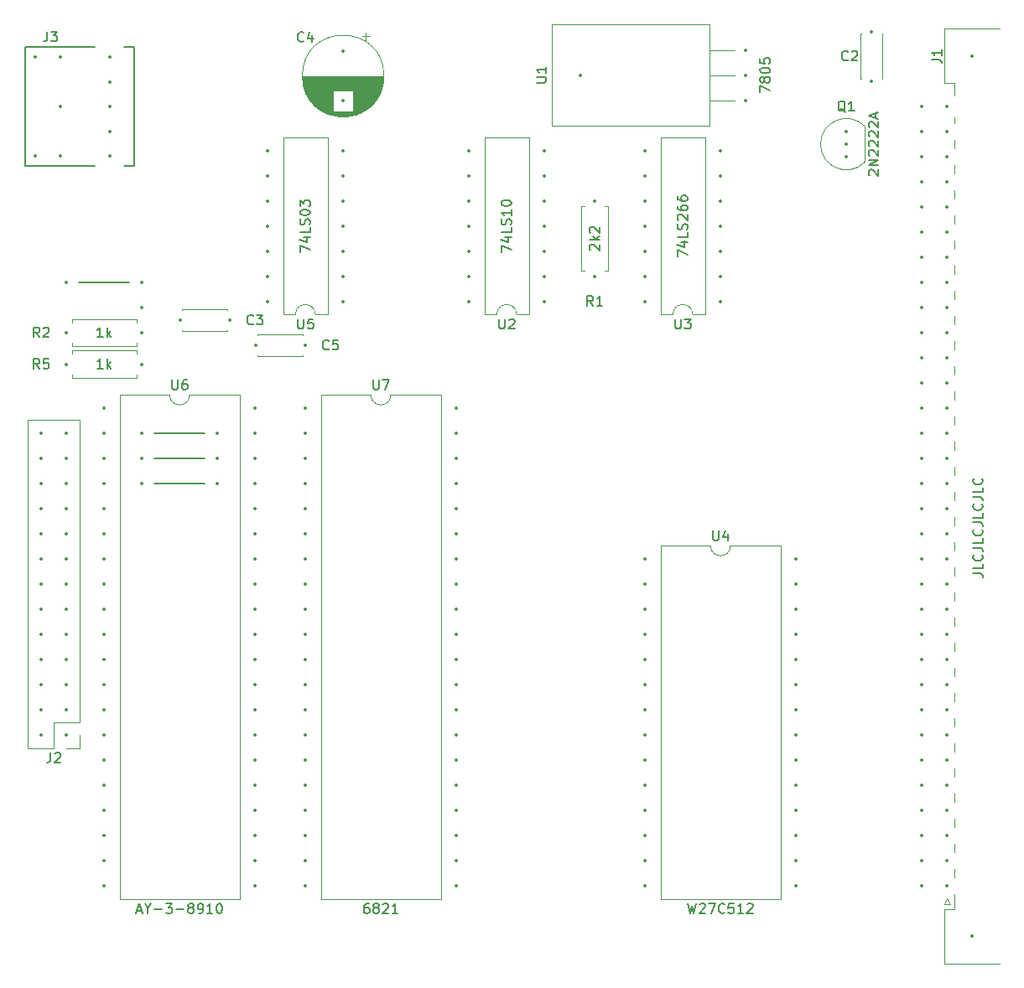
<source format=gbr>
%TF.GenerationSoftware,KiCad,Pcbnew,8.0.3+1*%
%TF.CreationDate,2024-07-17T07:58:33+02:00*%
%TF.ProjectId,QL_Qsound10x10,514c5f51-736f-4756-9e64-31307831302e,0.1b*%
%TF.SameCoordinates,Original*%
%TF.FileFunction,Legend,Top*%
%TF.FilePolarity,Positive*%
%FSLAX46Y46*%
G04 Gerber Fmt 4.6, Leading zero omitted, Abs format (unit mm)*
G04 Created by KiCad (PCBNEW 8.0.3+1) date 2024-07-17 07:58:33*
%MOMM*%
%LPD*%
G01*
G04 APERTURE LIST*
%ADD10C,0.150000*%
%ADD11C,0.120000*%
%ADD12C,0.203200*%
%ADD13C,0.350000*%
G04 APERTURE END LIST*
D10*
X110490000Y-88900000D02*
X115570000Y-88900000D01*
X110490000Y-91440000D02*
X115570000Y-91440000D01*
X102870000Y-71120000D02*
X107950000Y-71120000D01*
X110490000Y-86360000D02*
X115570000Y-86360000D01*
X193129819Y-100504048D02*
X193844104Y-100504048D01*
X193844104Y-100504048D02*
X193986961Y-100551667D01*
X193986961Y-100551667D02*
X194082200Y-100646905D01*
X194082200Y-100646905D02*
X194129819Y-100789762D01*
X194129819Y-100789762D02*
X194129819Y-100885000D01*
X194129819Y-99551667D02*
X194129819Y-100027857D01*
X194129819Y-100027857D02*
X193129819Y-100027857D01*
X194034580Y-98646905D02*
X194082200Y-98694524D01*
X194082200Y-98694524D02*
X194129819Y-98837381D01*
X194129819Y-98837381D02*
X194129819Y-98932619D01*
X194129819Y-98932619D02*
X194082200Y-99075476D01*
X194082200Y-99075476D02*
X193986961Y-99170714D01*
X193986961Y-99170714D02*
X193891723Y-99218333D01*
X193891723Y-99218333D02*
X193701247Y-99265952D01*
X193701247Y-99265952D02*
X193558390Y-99265952D01*
X193558390Y-99265952D02*
X193367914Y-99218333D01*
X193367914Y-99218333D02*
X193272676Y-99170714D01*
X193272676Y-99170714D02*
X193177438Y-99075476D01*
X193177438Y-99075476D02*
X193129819Y-98932619D01*
X193129819Y-98932619D02*
X193129819Y-98837381D01*
X193129819Y-98837381D02*
X193177438Y-98694524D01*
X193177438Y-98694524D02*
X193225057Y-98646905D01*
X193129819Y-97932619D02*
X193844104Y-97932619D01*
X193844104Y-97932619D02*
X193986961Y-97980238D01*
X193986961Y-97980238D02*
X194082200Y-98075476D01*
X194082200Y-98075476D02*
X194129819Y-98218333D01*
X194129819Y-98218333D02*
X194129819Y-98313571D01*
X194129819Y-96980238D02*
X194129819Y-97456428D01*
X194129819Y-97456428D02*
X193129819Y-97456428D01*
X194034580Y-96075476D02*
X194082200Y-96123095D01*
X194082200Y-96123095D02*
X194129819Y-96265952D01*
X194129819Y-96265952D02*
X194129819Y-96361190D01*
X194129819Y-96361190D02*
X194082200Y-96504047D01*
X194082200Y-96504047D02*
X193986961Y-96599285D01*
X193986961Y-96599285D02*
X193891723Y-96646904D01*
X193891723Y-96646904D02*
X193701247Y-96694523D01*
X193701247Y-96694523D02*
X193558390Y-96694523D01*
X193558390Y-96694523D02*
X193367914Y-96646904D01*
X193367914Y-96646904D02*
X193272676Y-96599285D01*
X193272676Y-96599285D02*
X193177438Y-96504047D01*
X193177438Y-96504047D02*
X193129819Y-96361190D01*
X193129819Y-96361190D02*
X193129819Y-96265952D01*
X193129819Y-96265952D02*
X193177438Y-96123095D01*
X193177438Y-96123095D02*
X193225057Y-96075476D01*
X193129819Y-95361190D02*
X193844104Y-95361190D01*
X193844104Y-95361190D02*
X193986961Y-95408809D01*
X193986961Y-95408809D02*
X194082200Y-95504047D01*
X194082200Y-95504047D02*
X194129819Y-95646904D01*
X194129819Y-95646904D02*
X194129819Y-95742142D01*
X194129819Y-94408809D02*
X194129819Y-94884999D01*
X194129819Y-94884999D02*
X193129819Y-94884999D01*
X194034580Y-93504047D02*
X194082200Y-93551666D01*
X194082200Y-93551666D02*
X194129819Y-93694523D01*
X194129819Y-93694523D02*
X194129819Y-93789761D01*
X194129819Y-93789761D02*
X194082200Y-93932618D01*
X194082200Y-93932618D02*
X193986961Y-94027856D01*
X193986961Y-94027856D02*
X193891723Y-94075475D01*
X193891723Y-94075475D02*
X193701247Y-94123094D01*
X193701247Y-94123094D02*
X193558390Y-94123094D01*
X193558390Y-94123094D02*
X193367914Y-94075475D01*
X193367914Y-94075475D02*
X193272676Y-94027856D01*
X193272676Y-94027856D02*
X193177438Y-93932618D01*
X193177438Y-93932618D02*
X193129819Y-93789761D01*
X193129819Y-93789761D02*
X193129819Y-93694523D01*
X193129819Y-93694523D02*
X193177438Y-93551666D01*
X193177438Y-93551666D02*
X193225057Y-93504047D01*
X193129819Y-92789761D02*
X193844104Y-92789761D01*
X193844104Y-92789761D02*
X193986961Y-92837380D01*
X193986961Y-92837380D02*
X194082200Y-92932618D01*
X194082200Y-92932618D02*
X194129819Y-93075475D01*
X194129819Y-93075475D02*
X194129819Y-93170713D01*
X194129819Y-91837380D02*
X194129819Y-92313570D01*
X194129819Y-92313570D02*
X193129819Y-92313570D01*
X194034580Y-90932618D02*
X194082200Y-90980237D01*
X194082200Y-90980237D02*
X194129819Y-91123094D01*
X194129819Y-91123094D02*
X194129819Y-91218332D01*
X194129819Y-91218332D02*
X194082200Y-91361189D01*
X194082200Y-91361189D02*
X193986961Y-91456427D01*
X193986961Y-91456427D02*
X193891723Y-91504046D01*
X193891723Y-91504046D02*
X193701247Y-91551665D01*
X193701247Y-91551665D02*
X193558390Y-91551665D01*
X193558390Y-91551665D02*
X193367914Y-91504046D01*
X193367914Y-91504046D02*
X193272676Y-91456427D01*
X193272676Y-91456427D02*
X193177438Y-91361189D01*
X193177438Y-91361189D02*
X193129819Y-91218332D01*
X193129819Y-91218332D02*
X193129819Y-91123094D01*
X193129819Y-91123094D02*
X193177438Y-90980237D01*
X193177438Y-90980237D02*
X193225057Y-90932618D01*
X132588095Y-80944819D02*
X132588095Y-81754342D01*
X132588095Y-81754342D02*
X132635714Y-81849580D01*
X132635714Y-81849580D02*
X132683333Y-81897200D01*
X132683333Y-81897200D02*
X132778571Y-81944819D01*
X132778571Y-81944819D02*
X132969047Y-81944819D01*
X132969047Y-81944819D02*
X133064285Y-81897200D01*
X133064285Y-81897200D02*
X133111904Y-81849580D01*
X133111904Y-81849580D02*
X133159523Y-81754342D01*
X133159523Y-81754342D02*
X133159523Y-80944819D01*
X133540476Y-80944819D02*
X134207142Y-80944819D01*
X134207142Y-80944819D02*
X133778571Y-81944819D01*
X132111904Y-133864819D02*
X131921428Y-133864819D01*
X131921428Y-133864819D02*
X131826190Y-133912438D01*
X131826190Y-133912438D02*
X131778571Y-133960057D01*
X131778571Y-133960057D02*
X131683333Y-134102914D01*
X131683333Y-134102914D02*
X131635714Y-134293390D01*
X131635714Y-134293390D02*
X131635714Y-134674342D01*
X131635714Y-134674342D02*
X131683333Y-134769580D01*
X131683333Y-134769580D02*
X131730952Y-134817200D01*
X131730952Y-134817200D02*
X131826190Y-134864819D01*
X131826190Y-134864819D02*
X132016666Y-134864819D01*
X132016666Y-134864819D02*
X132111904Y-134817200D01*
X132111904Y-134817200D02*
X132159523Y-134769580D01*
X132159523Y-134769580D02*
X132207142Y-134674342D01*
X132207142Y-134674342D02*
X132207142Y-134436247D01*
X132207142Y-134436247D02*
X132159523Y-134341009D01*
X132159523Y-134341009D02*
X132111904Y-134293390D01*
X132111904Y-134293390D02*
X132016666Y-134245771D01*
X132016666Y-134245771D02*
X131826190Y-134245771D01*
X131826190Y-134245771D02*
X131730952Y-134293390D01*
X131730952Y-134293390D02*
X131683333Y-134341009D01*
X131683333Y-134341009D02*
X131635714Y-134436247D01*
X132778571Y-134293390D02*
X132683333Y-134245771D01*
X132683333Y-134245771D02*
X132635714Y-134198152D01*
X132635714Y-134198152D02*
X132588095Y-134102914D01*
X132588095Y-134102914D02*
X132588095Y-134055295D01*
X132588095Y-134055295D02*
X132635714Y-133960057D01*
X132635714Y-133960057D02*
X132683333Y-133912438D01*
X132683333Y-133912438D02*
X132778571Y-133864819D01*
X132778571Y-133864819D02*
X132969047Y-133864819D01*
X132969047Y-133864819D02*
X133064285Y-133912438D01*
X133064285Y-133912438D02*
X133111904Y-133960057D01*
X133111904Y-133960057D02*
X133159523Y-134055295D01*
X133159523Y-134055295D02*
X133159523Y-134102914D01*
X133159523Y-134102914D02*
X133111904Y-134198152D01*
X133111904Y-134198152D02*
X133064285Y-134245771D01*
X133064285Y-134245771D02*
X132969047Y-134293390D01*
X132969047Y-134293390D02*
X132778571Y-134293390D01*
X132778571Y-134293390D02*
X132683333Y-134341009D01*
X132683333Y-134341009D02*
X132635714Y-134388628D01*
X132635714Y-134388628D02*
X132588095Y-134483866D01*
X132588095Y-134483866D02*
X132588095Y-134674342D01*
X132588095Y-134674342D02*
X132635714Y-134769580D01*
X132635714Y-134769580D02*
X132683333Y-134817200D01*
X132683333Y-134817200D02*
X132778571Y-134864819D01*
X132778571Y-134864819D02*
X132969047Y-134864819D01*
X132969047Y-134864819D02*
X133064285Y-134817200D01*
X133064285Y-134817200D02*
X133111904Y-134769580D01*
X133111904Y-134769580D02*
X133159523Y-134674342D01*
X133159523Y-134674342D02*
X133159523Y-134483866D01*
X133159523Y-134483866D02*
X133111904Y-134388628D01*
X133111904Y-134388628D02*
X133064285Y-134341009D01*
X133064285Y-134341009D02*
X132969047Y-134293390D01*
X133540476Y-133960057D02*
X133588095Y-133912438D01*
X133588095Y-133912438D02*
X133683333Y-133864819D01*
X133683333Y-133864819D02*
X133921428Y-133864819D01*
X133921428Y-133864819D02*
X134016666Y-133912438D01*
X134016666Y-133912438D02*
X134064285Y-133960057D01*
X134064285Y-133960057D02*
X134111904Y-134055295D01*
X134111904Y-134055295D02*
X134111904Y-134150533D01*
X134111904Y-134150533D02*
X134064285Y-134293390D01*
X134064285Y-134293390D02*
X133492857Y-134864819D01*
X133492857Y-134864819D02*
X134111904Y-134864819D01*
X135064285Y-134864819D02*
X134492857Y-134864819D01*
X134778571Y-134864819D02*
X134778571Y-133864819D01*
X134778571Y-133864819D02*
X134683333Y-134007676D01*
X134683333Y-134007676D02*
X134588095Y-134102914D01*
X134588095Y-134102914D02*
X134492857Y-134150533D01*
X128103333Y-77829580D02*
X128055714Y-77877200D01*
X128055714Y-77877200D02*
X127912857Y-77924819D01*
X127912857Y-77924819D02*
X127817619Y-77924819D01*
X127817619Y-77924819D02*
X127674762Y-77877200D01*
X127674762Y-77877200D02*
X127579524Y-77781961D01*
X127579524Y-77781961D02*
X127531905Y-77686723D01*
X127531905Y-77686723D02*
X127484286Y-77496247D01*
X127484286Y-77496247D02*
X127484286Y-77353390D01*
X127484286Y-77353390D02*
X127531905Y-77162914D01*
X127531905Y-77162914D02*
X127579524Y-77067676D01*
X127579524Y-77067676D02*
X127674762Y-76972438D01*
X127674762Y-76972438D02*
X127817619Y-76924819D01*
X127817619Y-76924819D02*
X127912857Y-76924819D01*
X127912857Y-76924819D02*
X128055714Y-76972438D01*
X128055714Y-76972438D02*
X128103333Y-77020057D01*
X129008095Y-76924819D02*
X128531905Y-76924819D01*
X128531905Y-76924819D02*
X128484286Y-77401009D01*
X128484286Y-77401009D02*
X128531905Y-77353390D01*
X128531905Y-77353390D02*
X128627143Y-77305771D01*
X128627143Y-77305771D02*
X128865238Y-77305771D01*
X128865238Y-77305771D02*
X128960476Y-77353390D01*
X128960476Y-77353390D02*
X129008095Y-77401009D01*
X129008095Y-77401009D02*
X129055714Y-77496247D01*
X129055714Y-77496247D02*
X129055714Y-77734342D01*
X129055714Y-77734342D02*
X129008095Y-77829580D01*
X129008095Y-77829580D02*
X128960476Y-77877200D01*
X128960476Y-77877200D02*
X128865238Y-77924819D01*
X128865238Y-77924819D02*
X128627143Y-77924819D01*
X128627143Y-77924819D02*
X128531905Y-77877200D01*
X128531905Y-77877200D02*
X128484286Y-77829580D01*
X98893333Y-79829819D02*
X98560000Y-79353628D01*
X98321905Y-79829819D02*
X98321905Y-78829819D01*
X98321905Y-78829819D02*
X98702857Y-78829819D01*
X98702857Y-78829819D02*
X98798095Y-78877438D01*
X98798095Y-78877438D02*
X98845714Y-78925057D01*
X98845714Y-78925057D02*
X98893333Y-79020295D01*
X98893333Y-79020295D02*
X98893333Y-79163152D01*
X98893333Y-79163152D02*
X98845714Y-79258390D01*
X98845714Y-79258390D02*
X98798095Y-79306009D01*
X98798095Y-79306009D02*
X98702857Y-79353628D01*
X98702857Y-79353628D02*
X98321905Y-79353628D01*
X99798095Y-78829819D02*
X99321905Y-78829819D01*
X99321905Y-78829819D02*
X99274286Y-79306009D01*
X99274286Y-79306009D02*
X99321905Y-79258390D01*
X99321905Y-79258390D02*
X99417143Y-79210771D01*
X99417143Y-79210771D02*
X99655238Y-79210771D01*
X99655238Y-79210771D02*
X99750476Y-79258390D01*
X99750476Y-79258390D02*
X99798095Y-79306009D01*
X99798095Y-79306009D02*
X99845714Y-79401247D01*
X99845714Y-79401247D02*
X99845714Y-79639342D01*
X99845714Y-79639342D02*
X99798095Y-79734580D01*
X99798095Y-79734580D02*
X99750476Y-79782200D01*
X99750476Y-79782200D02*
X99655238Y-79829819D01*
X99655238Y-79829819D02*
X99417143Y-79829819D01*
X99417143Y-79829819D02*
X99321905Y-79782200D01*
X99321905Y-79782200D02*
X99274286Y-79734580D01*
X105290952Y-79829819D02*
X104719524Y-79829819D01*
X105005238Y-79829819D02*
X105005238Y-78829819D01*
X105005238Y-78829819D02*
X104910000Y-78972676D01*
X104910000Y-78972676D02*
X104814762Y-79067914D01*
X104814762Y-79067914D02*
X104719524Y-79115533D01*
X105719524Y-79829819D02*
X105719524Y-78829819D01*
X105814762Y-79448866D02*
X106100476Y-79829819D01*
X106100476Y-79163152D02*
X105719524Y-79544104D01*
X180244761Y-53890057D02*
X180149523Y-53842438D01*
X180149523Y-53842438D02*
X180054285Y-53747200D01*
X180054285Y-53747200D02*
X179911428Y-53604342D01*
X179911428Y-53604342D02*
X179816190Y-53556723D01*
X179816190Y-53556723D02*
X179720952Y-53556723D01*
X179768571Y-53794819D02*
X179673333Y-53747200D01*
X179673333Y-53747200D02*
X179578095Y-53651961D01*
X179578095Y-53651961D02*
X179530476Y-53461485D01*
X179530476Y-53461485D02*
X179530476Y-53128152D01*
X179530476Y-53128152D02*
X179578095Y-52937676D01*
X179578095Y-52937676D02*
X179673333Y-52842438D01*
X179673333Y-52842438D02*
X179768571Y-52794819D01*
X179768571Y-52794819D02*
X179959047Y-52794819D01*
X179959047Y-52794819D02*
X180054285Y-52842438D01*
X180054285Y-52842438D02*
X180149523Y-52937676D01*
X180149523Y-52937676D02*
X180197142Y-53128152D01*
X180197142Y-53128152D02*
X180197142Y-53461485D01*
X180197142Y-53461485D02*
X180149523Y-53651961D01*
X180149523Y-53651961D02*
X180054285Y-53747200D01*
X180054285Y-53747200D02*
X179959047Y-53794819D01*
X179959047Y-53794819D02*
X179768571Y-53794819D01*
X181149523Y-53794819D02*
X180578095Y-53794819D01*
X180863809Y-53794819D02*
X180863809Y-52794819D01*
X180863809Y-52794819D02*
X180768571Y-52937676D01*
X180768571Y-52937676D02*
X180673333Y-53032914D01*
X180673333Y-53032914D02*
X180578095Y-53080533D01*
X182680057Y-60292856D02*
X182632438Y-60245237D01*
X182632438Y-60245237D02*
X182584819Y-60149999D01*
X182584819Y-60149999D02*
X182584819Y-59911904D01*
X182584819Y-59911904D02*
X182632438Y-59816666D01*
X182632438Y-59816666D02*
X182680057Y-59769047D01*
X182680057Y-59769047D02*
X182775295Y-59721428D01*
X182775295Y-59721428D02*
X182870533Y-59721428D01*
X182870533Y-59721428D02*
X183013390Y-59769047D01*
X183013390Y-59769047D02*
X183584819Y-60340475D01*
X183584819Y-60340475D02*
X183584819Y-59721428D01*
X183584819Y-59292856D02*
X182584819Y-59292856D01*
X182584819Y-59292856D02*
X183584819Y-58721428D01*
X183584819Y-58721428D02*
X182584819Y-58721428D01*
X182680057Y-58292856D02*
X182632438Y-58245237D01*
X182632438Y-58245237D02*
X182584819Y-58149999D01*
X182584819Y-58149999D02*
X182584819Y-57911904D01*
X182584819Y-57911904D02*
X182632438Y-57816666D01*
X182632438Y-57816666D02*
X182680057Y-57769047D01*
X182680057Y-57769047D02*
X182775295Y-57721428D01*
X182775295Y-57721428D02*
X182870533Y-57721428D01*
X182870533Y-57721428D02*
X183013390Y-57769047D01*
X183013390Y-57769047D02*
X183584819Y-58340475D01*
X183584819Y-58340475D02*
X183584819Y-57721428D01*
X182680057Y-57340475D02*
X182632438Y-57292856D01*
X182632438Y-57292856D02*
X182584819Y-57197618D01*
X182584819Y-57197618D02*
X182584819Y-56959523D01*
X182584819Y-56959523D02*
X182632438Y-56864285D01*
X182632438Y-56864285D02*
X182680057Y-56816666D01*
X182680057Y-56816666D02*
X182775295Y-56769047D01*
X182775295Y-56769047D02*
X182870533Y-56769047D01*
X182870533Y-56769047D02*
X183013390Y-56816666D01*
X183013390Y-56816666D02*
X183584819Y-57388094D01*
X183584819Y-57388094D02*
X183584819Y-56769047D01*
X182680057Y-56388094D02*
X182632438Y-56340475D01*
X182632438Y-56340475D02*
X182584819Y-56245237D01*
X182584819Y-56245237D02*
X182584819Y-56007142D01*
X182584819Y-56007142D02*
X182632438Y-55911904D01*
X182632438Y-55911904D02*
X182680057Y-55864285D01*
X182680057Y-55864285D02*
X182775295Y-55816666D01*
X182775295Y-55816666D02*
X182870533Y-55816666D01*
X182870533Y-55816666D02*
X183013390Y-55864285D01*
X183013390Y-55864285D02*
X183584819Y-56435713D01*
X183584819Y-56435713D02*
X183584819Y-55816666D01*
X182680057Y-55435713D02*
X182632438Y-55388094D01*
X182632438Y-55388094D02*
X182584819Y-55292856D01*
X182584819Y-55292856D02*
X182584819Y-55054761D01*
X182584819Y-55054761D02*
X182632438Y-54959523D01*
X182632438Y-54959523D02*
X182680057Y-54911904D01*
X182680057Y-54911904D02*
X182775295Y-54864285D01*
X182775295Y-54864285D02*
X182870533Y-54864285D01*
X182870533Y-54864285D02*
X183013390Y-54911904D01*
X183013390Y-54911904D02*
X183584819Y-55483332D01*
X183584819Y-55483332D02*
X183584819Y-54864285D01*
X183299104Y-54483332D02*
X183299104Y-54007142D01*
X183584819Y-54578570D02*
X182584819Y-54245237D01*
X182584819Y-54245237D02*
X183584819Y-53911904D01*
X145288095Y-74809819D02*
X145288095Y-75619342D01*
X145288095Y-75619342D02*
X145335714Y-75714580D01*
X145335714Y-75714580D02*
X145383333Y-75762200D01*
X145383333Y-75762200D02*
X145478571Y-75809819D01*
X145478571Y-75809819D02*
X145669047Y-75809819D01*
X145669047Y-75809819D02*
X145764285Y-75762200D01*
X145764285Y-75762200D02*
X145811904Y-75714580D01*
X145811904Y-75714580D02*
X145859523Y-75619342D01*
X145859523Y-75619342D02*
X145859523Y-74809819D01*
X146288095Y-74905057D02*
X146335714Y-74857438D01*
X146335714Y-74857438D02*
X146430952Y-74809819D01*
X146430952Y-74809819D02*
X146669047Y-74809819D01*
X146669047Y-74809819D02*
X146764285Y-74857438D01*
X146764285Y-74857438D02*
X146811904Y-74905057D01*
X146811904Y-74905057D02*
X146859523Y-75000295D01*
X146859523Y-75000295D02*
X146859523Y-75095533D01*
X146859523Y-75095533D02*
X146811904Y-75238390D01*
X146811904Y-75238390D02*
X146240476Y-75809819D01*
X146240476Y-75809819D02*
X146859523Y-75809819D01*
X145504819Y-68047856D02*
X145504819Y-67381190D01*
X145504819Y-67381190D02*
X146504819Y-67809761D01*
X145838152Y-66571666D02*
X146504819Y-66571666D01*
X145457200Y-66809761D02*
X146171485Y-67047856D01*
X146171485Y-67047856D02*
X146171485Y-66428809D01*
X146504819Y-65571666D02*
X146504819Y-66047856D01*
X146504819Y-66047856D02*
X145504819Y-66047856D01*
X146457200Y-65285951D02*
X146504819Y-65143094D01*
X146504819Y-65143094D02*
X146504819Y-64904999D01*
X146504819Y-64904999D02*
X146457200Y-64809761D01*
X146457200Y-64809761D02*
X146409580Y-64762142D01*
X146409580Y-64762142D02*
X146314342Y-64714523D01*
X146314342Y-64714523D02*
X146219104Y-64714523D01*
X146219104Y-64714523D02*
X146123866Y-64762142D01*
X146123866Y-64762142D02*
X146076247Y-64809761D01*
X146076247Y-64809761D02*
X146028628Y-64904999D01*
X146028628Y-64904999D02*
X145981009Y-65095475D01*
X145981009Y-65095475D02*
X145933390Y-65190713D01*
X145933390Y-65190713D02*
X145885771Y-65238332D01*
X145885771Y-65238332D02*
X145790533Y-65285951D01*
X145790533Y-65285951D02*
X145695295Y-65285951D01*
X145695295Y-65285951D02*
X145600057Y-65238332D01*
X145600057Y-65238332D02*
X145552438Y-65190713D01*
X145552438Y-65190713D02*
X145504819Y-65095475D01*
X145504819Y-65095475D02*
X145504819Y-64857380D01*
X145504819Y-64857380D02*
X145552438Y-64714523D01*
X146504819Y-63762142D02*
X146504819Y-64333570D01*
X146504819Y-64047856D02*
X145504819Y-64047856D01*
X145504819Y-64047856D02*
X145647676Y-64143094D01*
X145647676Y-64143094D02*
X145742914Y-64238332D01*
X145742914Y-64238332D02*
X145790533Y-64333570D01*
X145504819Y-63143094D02*
X145504819Y-63047856D01*
X145504819Y-63047856D02*
X145552438Y-62952618D01*
X145552438Y-62952618D02*
X145600057Y-62904999D01*
X145600057Y-62904999D02*
X145695295Y-62857380D01*
X145695295Y-62857380D02*
X145885771Y-62809761D01*
X145885771Y-62809761D02*
X146123866Y-62809761D01*
X146123866Y-62809761D02*
X146314342Y-62857380D01*
X146314342Y-62857380D02*
X146409580Y-62904999D01*
X146409580Y-62904999D02*
X146457200Y-62952618D01*
X146457200Y-62952618D02*
X146504819Y-63047856D01*
X146504819Y-63047856D02*
X146504819Y-63143094D01*
X146504819Y-63143094D02*
X146457200Y-63238332D01*
X146457200Y-63238332D02*
X146409580Y-63285951D01*
X146409580Y-63285951D02*
X146314342Y-63333570D01*
X146314342Y-63333570D02*
X146123866Y-63381189D01*
X146123866Y-63381189D02*
X145885771Y-63381189D01*
X145885771Y-63381189D02*
X145695295Y-63333570D01*
X145695295Y-63333570D02*
X145600057Y-63285951D01*
X145600057Y-63285951D02*
X145552438Y-63238332D01*
X145552438Y-63238332D02*
X145504819Y-63143094D01*
X100001666Y-118624819D02*
X100001666Y-119339104D01*
X100001666Y-119339104D02*
X99954047Y-119481961D01*
X99954047Y-119481961D02*
X99858809Y-119577200D01*
X99858809Y-119577200D02*
X99715952Y-119624819D01*
X99715952Y-119624819D02*
X99620714Y-119624819D01*
X100430238Y-118720057D02*
X100477857Y-118672438D01*
X100477857Y-118672438D02*
X100573095Y-118624819D01*
X100573095Y-118624819D02*
X100811190Y-118624819D01*
X100811190Y-118624819D02*
X100906428Y-118672438D01*
X100906428Y-118672438D02*
X100954047Y-118720057D01*
X100954047Y-118720057D02*
X101001666Y-118815295D01*
X101001666Y-118815295D02*
X101001666Y-118910533D01*
X101001666Y-118910533D02*
X100954047Y-119053390D01*
X100954047Y-119053390D02*
X100382619Y-119624819D01*
X100382619Y-119624819D02*
X101001666Y-119624819D01*
X120483333Y-75289580D02*
X120435714Y-75337200D01*
X120435714Y-75337200D02*
X120292857Y-75384819D01*
X120292857Y-75384819D02*
X120197619Y-75384819D01*
X120197619Y-75384819D02*
X120054762Y-75337200D01*
X120054762Y-75337200D02*
X119959524Y-75241961D01*
X119959524Y-75241961D02*
X119911905Y-75146723D01*
X119911905Y-75146723D02*
X119864286Y-74956247D01*
X119864286Y-74956247D02*
X119864286Y-74813390D01*
X119864286Y-74813390D02*
X119911905Y-74622914D01*
X119911905Y-74622914D02*
X119959524Y-74527676D01*
X119959524Y-74527676D02*
X120054762Y-74432438D01*
X120054762Y-74432438D02*
X120197619Y-74384819D01*
X120197619Y-74384819D02*
X120292857Y-74384819D01*
X120292857Y-74384819D02*
X120435714Y-74432438D01*
X120435714Y-74432438D02*
X120483333Y-74480057D01*
X120816667Y-74384819D02*
X121435714Y-74384819D01*
X121435714Y-74384819D02*
X121102381Y-74765771D01*
X121102381Y-74765771D02*
X121245238Y-74765771D01*
X121245238Y-74765771D02*
X121340476Y-74813390D01*
X121340476Y-74813390D02*
X121388095Y-74861009D01*
X121388095Y-74861009D02*
X121435714Y-74956247D01*
X121435714Y-74956247D02*
X121435714Y-75194342D01*
X121435714Y-75194342D02*
X121388095Y-75289580D01*
X121388095Y-75289580D02*
X121340476Y-75337200D01*
X121340476Y-75337200D02*
X121245238Y-75384819D01*
X121245238Y-75384819D02*
X120959524Y-75384819D01*
X120959524Y-75384819D02*
X120864286Y-75337200D01*
X120864286Y-75337200D02*
X120816667Y-75289580D01*
X98893333Y-76654819D02*
X98560000Y-76178628D01*
X98321905Y-76654819D02*
X98321905Y-75654819D01*
X98321905Y-75654819D02*
X98702857Y-75654819D01*
X98702857Y-75654819D02*
X98798095Y-75702438D01*
X98798095Y-75702438D02*
X98845714Y-75750057D01*
X98845714Y-75750057D02*
X98893333Y-75845295D01*
X98893333Y-75845295D02*
X98893333Y-75988152D01*
X98893333Y-75988152D02*
X98845714Y-76083390D01*
X98845714Y-76083390D02*
X98798095Y-76131009D01*
X98798095Y-76131009D02*
X98702857Y-76178628D01*
X98702857Y-76178628D02*
X98321905Y-76178628D01*
X99274286Y-75750057D02*
X99321905Y-75702438D01*
X99321905Y-75702438D02*
X99417143Y-75654819D01*
X99417143Y-75654819D02*
X99655238Y-75654819D01*
X99655238Y-75654819D02*
X99750476Y-75702438D01*
X99750476Y-75702438D02*
X99798095Y-75750057D01*
X99798095Y-75750057D02*
X99845714Y-75845295D01*
X99845714Y-75845295D02*
X99845714Y-75940533D01*
X99845714Y-75940533D02*
X99798095Y-76083390D01*
X99798095Y-76083390D02*
X99226667Y-76654819D01*
X99226667Y-76654819D02*
X99845714Y-76654819D01*
X105290952Y-76654819D02*
X104719524Y-76654819D01*
X105005238Y-76654819D02*
X105005238Y-75654819D01*
X105005238Y-75654819D02*
X104910000Y-75797676D01*
X104910000Y-75797676D02*
X104814762Y-75892914D01*
X104814762Y-75892914D02*
X104719524Y-75940533D01*
X105719524Y-76654819D02*
X105719524Y-75654819D01*
X105814762Y-76273866D02*
X106100476Y-76654819D01*
X106100476Y-75988152D02*
X105719524Y-76369104D01*
X154773333Y-73479819D02*
X154440000Y-73003628D01*
X154201905Y-73479819D02*
X154201905Y-72479819D01*
X154201905Y-72479819D02*
X154582857Y-72479819D01*
X154582857Y-72479819D02*
X154678095Y-72527438D01*
X154678095Y-72527438D02*
X154725714Y-72575057D01*
X154725714Y-72575057D02*
X154773333Y-72670295D01*
X154773333Y-72670295D02*
X154773333Y-72813152D01*
X154773333Y-72813152D02*
X154725714Y-72908390D01*
X154725714Y-72908390D02*
X154678095Y-72956009D01*
X154678095Y-72956009D02*
X154582857Y-73003628D01*
X154582857Y-73003628D02*
X154201905Y-73003628D01*
X155725714Y-73479819D02*
X155154286Y-73479819D01*
X155440000Y-73479819D02*
X155440000Y-72479819D01*
X155440000Y-72479819D02*
X155344762Y-72622676D01*
X155344762Y-72622676D02*
X155249524Y-72717914D01*
X155249524Y-72717914D02*
X155154286Y-72765533D01*
X154490057Y-67841666D02*
X154442438Y-67794047D01*
X154442438Y-67794047D02*
X154394819Y-67698809D01*
X154394819Y-67698809D02*
X154394819Y-67460714D01*
X154394819Y-67460714D02*
X154442438Y-67365476D01*
X154442438Y-67365476D02*
X154490057Y-67317857D01*
X154490057Y-67317857D02*
X154585295Y-67270238D01*
X154585295Y-67270238D02*
X154680533Y-67270238D01*
X154680533Y-67270238D02*
X154823390Y-67317857D01*
X154823390Y-67317857D02*
X155394819Y-67889285D01*
X155394819Y-67889285D02*
X155394819Y-67270238D01*
X155394819Y-66841666D02*
X154394819Y-66841666D01*
X155013866Y-66746428D02*
X155394819Y-66460714D01*
X154728152Y-66460714D02*
X155109104Y-66841666D01*
X154490057Y-66079761D02*
X154442438Y-66032142D01*
X154442438Y-66032142D02*
X154394819Y-65936904D01*
X154394819Y-65936904D02*
X154394819Y-65698809D01*
X154394819Y-65698809D02*
X154442438Y-65603571D01*
X154442438Y-65603571D02*
X154490057Y-65555952D01*
X154490057Y-65555952D02*
X154585295Y-65508333D01*
X154585295Y-65508333D02*
X154680533Y-65508333D01*
X154680533Y-65508333D02*
X154823390Y-65555952D01*
X154823390Y-65555952D02*
X155394819Y-66127380D01*
X155394819Y-66127380D02*
X155394819Y-65508333D01*
X124968095Y-74809819D02*
X124968095Y-75619342D01*
X124968095Y-75619342D02*
X125015714Y-75714580D01*
X125015714Y-75714580D02*
X125063333Y-75762200D01*
X125063333Y-75762200D02*
X125158571Y-75809819D01*
X125158571Y-75809819D02*
X125349047Y-75809819D01*
X125349047Y-75809819D02*
X125444285Y-75762200D01*
X125444285Y-75762200D02*
X125491904Y-75714580D01*
X125491904Y-75714580D02*
X125539523Y-75619342D01*
X125539523Y-75619342D02*
X125539523Y-74809819D01*
X126491904Y-74809819D02*
X126015714Y-74809819D01*
X126015714Y-74809819D02*
X125968095Y-75286009D01*
X125968095Y-75286009D02*
X126015714Y-75238390D01*
X126015714Y-75238390D02*
X126110952Y-75190771D01*
X126110952Y-75190771D02*
X126349047Y-75190771D01*
X126349047Y-75190771D02*
X126444285Y-75238390D01*
X126444285Y-75238390D02*
X126491904Y-75286009D01*
X126491904Y-75286009D02*
X126539523Y-75381247D01*
X126539523Y-75381247D02*
X126539523Y-75619342D01*
X126539523Y-75619342D02*
X126491904Y-75714580D01*
X126491904Y-75714580D02*
X126444285Y-75762200D01*
X126444285Y-75762200D02*
X126349047Y-75809819D01*
X126349047Y-75809819D02*
X126110952Y-75809819D01*
X126110952Y-75809819D02*
X126015714Y-75762200D01*
X126015714Y-75762200D02*
X125968095Y-75714580D01*
X125184819Y-68047856D02*
X125184819Y-67381190D01*
X125184819Y-67381190D02*
X126184819Y-67809761D01*
X125518152Y-66571666D02*
X126184819Y-66571666D01*
X125137200Y-66809761D02*
X125851485Y-67047856D01*
X125851485Y-67047856D02*
X125851485Y-66428809D01*
X126184819Y-65571666D02*
X126184819Y-66047856D01*
X126184819Y-66047856D02*
X125184819Y-66047856D01*
X126137200Y-65285951D02*
X126184819Y-65143094D01*
X126184819Y-65143094D02*
X126184819Y-64904999D01*
X126184819Y-64904999D02*
X126137200Y-64809761D01*
X126137200Y-64809761D02*
X126089580Y-64762142D01*
X126089580Y-64762142D02*
X125994342Y-64714523D01*
X125994342Y-64714523D02*
X125899104Y-64714523D01*
X125899104Y-64714523D02*
X125803866Y-64762142D01*
X125803866Y-64762142D02*
X125756247Y-64809761D01*
X125756247Y-64809761D02*
X125708628Y-64904999D01*
X125708628Y-64904999D02*
X125661009Y-65095475D01*
X125661009Y-65095475D02*
X125613390Y-65190713D01*
X125613390Y-65190713D02*
X125565771Y-65238332D01*
X125565771Y-65238332D02*
X125470533Y-65285951D01*
X125470533Y-65285951D02*
X125375295Y-65285951D01*
X125375295Y-65285951D02*
X125280057Y-65238332D01*
X125280057Y-65238332D02*
X125232438Y-65190713D01*
X125232438Y-65190713D02*
X125184819Y-65095475D01*
X125184819Y-65095475D02*
X125184819Y-64857380D01*
X125184819Y-64857380D02*
X125232438Y-64714523D01*
X125184819Y-64095475D02*
X125184819Y-64000237D01*
X125184819Y-64000237D02*
X125232438Y-63904999D01*
X125232438Y-63904999D02*
X125280057Y-63857380D01*
X125280057Y-63857380D02*
X125375295Y-63809761D01*
X125375295Y-63809761D02*
X125565771Y-63762142D01*
X125565771Y-63762142D02*
X125803866Y-63762142D01*
X125803866Y-63762142D02*
X125994342Y-63809761D01*
X125994342Y-63809761D02*
X126089580Y-63857380D01*
X126089580Y-63857380D02*
X126137200Y-63904999D01*
X126137200Y-63904999D02*
X126184819Y-64000237D01*
X126184819Y-64000237D02*
X126184819Y-64095475D01*
X126184819Y-64095475D02*
X126137200Y-64190713D01*
X126137200Y-64190713D02*
X126089580Y-64238332D01*
X126089580Y-64238332D02*
X125994342Y-64285951D01*
X125994342Y-64285951D02*
X125803866Y-64333570D01*
X125803866Y-64333570D02*
X125565771Y-64333570D01*
X125565771Y-64333570D02*
X125375295Y-64285951D01*
X125375295Y-64285951D02*
X125280057Y-64238332D01*
X125280057Y-64238332D02*
X125232438Y-64190713D01*
X125232438Y-64190713D02*
X125184819Y-64095475D01*
X125184819Y-63428808D02*
X125184819Y-62809761D01*
X125184819Y-62809761D02*
X125565771Y-63143094D01*
X125565771Y-63143094D02*
X125565771Y-63000237D01*
X125565771Y-63000237D02*
X125613390Y-62904999D01*
X125613390Y-62904999D02*
X125661009Y-62857380D01*
X125661009Y-62857380D02*
X125756247Y-62809761D01*
X125756247Y-62809761D02*
X125994342Y-62809761D01*
X125994342Y-62809761D02*
X126089580Y-62857380D01*
X126089580Y-62857380D02*
X126137200Y-62904999D01*
X126137200Y-62904999D02*
X126184819Y-63000237D01*
X126184819Y-63000237D02*
X126184819Y-63285951D01*
X126184819Y-63285951D02*
X126137200Y-63381189D01*
X126137200Y-63381189D02*
X126089580Y-63428808D01*
X99675839Y-45759819D02*
X99675839Y-46474104D01*
X99675839Y-46474104D02*
X99628220Y-46616961D01*
X99628220Y-46616961D02*
X99532982Y-46712200D01*
X99532982Y-46712200D02*
X99390125Y-46759819D01*
X99390125Y-46759819D02*
X99294887Y-46759819D01*
X100056792Y-45759819D02*
X100675839Y-45759819D01*
X100675839Y-45759819D02*
X100342506Y-46140771D01*
X100342506Y-46140771D02*
X100485363Y-46140771D01*
X100485363Y-46140771D02*
X100580601Y-46188390D01*
X100580601Y-46188390D02*
X100628220Y-46236009D01*
X100628220Y-46236009D02*
X100675839Y-46331247D01*
X100675839Y-46331247D02*
X100675839Y-46569342D01*
X100675839Y-46569342D02*
X100628220Y-46664580D01*
X100628220Y-46664580D02*
X100580601Y-46712200D01*
X100580601Y-46712200D02*
X100485363Y-46759819D01*
X100485363Y-46759819D02*
X100199649Y-46759819D01*
X100199649Y-46759819D02*
X100104411Y-46712200D01*
X100104411Y-46712200D02*
X100056792Y-46664580D01*
X163068095Y-74809819D02*
X163068095Y-75619342D01*
X163068095Y-75619342D02*
X163115714Y-75714580D01*
X163115714Y-75714580D02*
X163163333Y-75762200D01*
X163163333Y-75762200D02*
X163258571Y-75809819D01*
X163258571Y-75809819D02*
X163449047Y-75809819D01*
X163449047Y-75809819D02*
X163544285Y-75762200D01*
X163544285Y-75762200D02*
X163591904Y-75714580D01*
X163591904Y-75714580D02*
X163639523Y-75619342D01*
X163639523Y-75619342D02*
X163639523Y-74809819D01*
X164020476Y-74809819D02*
X164639523Y-74809819D01*
X164639523Y-74809819D02*
X164306190Y-75190771D01*
X164306190Y-75190771D02*
X164449047Y-75190771D01*
X164449047Y-75190771D02*
X164544285Y-75238390D01*
X164544285Y-75238390D02*
X164591904Y-75286009D01*
X164591904Y-75286009D02*
X164639523Y-75381247D01*
X164639523Y-75381247D02*
X164639523Y-75619342D01*
X164639523Y-75619342D02*
X164591904Y-75714580D01*
X164591904Y-75714580D02*
X164544285Y-75762200D01*
X164544285Y-75762200D02*
X164449047Y-75809819D01*
X164449047Y-75809819D02*
X164163333Y-75809819D01*
X164163333Y-75809819D02*
X164068095Y-75762200D01*
X164068095Y-75762200D02*
X164020476Y-75714580D01*
X163284819Y-68524047D02*
X163284819Y-67857381D01*
X163284819Y-67857381D02*
X164284819Y-68285952D01*
X163618152Y-67047857D02*
X164284819Y-67047857D01*
X163237200Y-67285952D02*
X163951485Y-67524047D01*
X163951485Y-67524047D02*
X163951485Y-66905000D01*
X164284819Y-66047857D02*
X164284819Y-66524047D01*
X164284819Y-66524047D02*
X163284819Y-66524047D01*
X164237200Y-65762142D02*
X164284819Y-65619285D01*
X164284819Y-65619285D02*
X164284819Y-65381190D01*
X164284819Y-65381190D02*
X164237200Y-65285952D01*
X164237200Y-65285952D02*
X164189580Y-65238333D01*
X164189580Y-65238333D02*
X164094342Y-65190714D01*
X164094342Y-65190714D02*
X163999104Y-65190714D01*
X163999104Y-65190714D02*
X163903866Y-65238333D01*
X163903866Y-65238333D02*
X163856247Y-65285952D01*
X163856247Y-65285952D02*
X163808628Y-65381190D01*
X163808628Y-65381190D02*
X163761009Y-65571666D01*
X163761009Y-65571666D02*
X163713390Y-65666904D01*
X163713390Y-65666904D02*
X163665771Y-65714523D01*
X163665771Y-65714523D02*
X163570533Y-65762142D01*
X163570533Y-65762142D02*
X163475295Y-65762142D01*
X163475295Y-65762142D02*
X163380057Y-65714523D01*
X163380057Y-65714523D02*
X163332438Y-65666904D01*
X163332438Y-65666904D02*
X163284819Y-65571666D01*
X163284819Y-65571666D02*
X163284819Y-65333571D01*
X163284819Y-65333571D02*
X163332438Y-65190714D01*
X163380057Y-64809761D02*
X163332438Y-64762142D01*
X163332438Y-64762142D02*
X163284819Y-64666904D01*
X163284819Y-64666904D02*
X163284819Y-64428809D01*
X163284819Y-64428809D02*
X163332438Y-64333571D01*
X163332438Y-64333571D02*
X163380057Y-64285952D01*
X163380057Y-64285952D02*
X163475295Y-64238333D01*
X163475295Y-64238333D02*
X163570533Y-64238333D01*
X163570533Y-64238333D02*
X163713390Y-64285952D01*
X163713390Y-64285952D02*
X164284819Y-64857380D01*
X164284819Y-64857380D02*
X164284819Y-64238333D01*
X163284819Y-63381190D02*
X163284819Y-63571666D01*
X163284819Y-63571666D02*
X163332438Y-63666904D01*
X163332438Y-63666904D02*
X163380057Y-63714523D01*
X163380057Y-63714523D02*
X163522914Y-63809761D01*
X163522914Y-63809761D02*
X163713390Y-63857380D01*
X163713390Y-63857380D02*
X164094342Y-63857380D01*
X164094342Y-63857380D02*
X164189580Y-63809761D01*
X164189580Y-63809761D02*
X164237200Y-63762142D01*
X164237200Y-63762142D02*
X164284819Y-63666904D01*
X164284819Y-63666904D02*
X164284819Y-63476428D01*
X164284819Y-63476428D02*
X164237200Y-63381190D01*
X164237200Y-63381190D02*
X164189580Y-63333571D01*
X164189580Y-63333571D02*
X164094342Y-63285952D01*
X164094342Y-63285952D02*
X163856247Y-63285952D01*
X163856247Y-63285952D02*
X163761009Y-63333571D01*
X163761009Y-63333571D02*
X163713390Y-63381190D01*
X163713390Y-63381190D02*
X163665771Y-63476428D01*
X163665771Y-63476428D02*
X163665771Y-63666904D01*
X163665771Y-63666904D02*
X163713390Y-63762142D01*
X163713390Y-63762142D02*
X163761009Y-63809761D01*
X163761009Y-63809761D02*
X163856247Y-63857380D01*
X163284819Y-62428809D02*
X163284819Y-62619285D01*
X163284819Y-62619285D02*
X163332438Y-62714523D01*
X163332438Y-62714523D02*
X163380057Y-62762142D01*
X163380057Y-62762142D02*
X163522914Y-62857380D01*
X163522914Y-62857380D02*
X163713390Y-62904999D01*
X163713390Y-62904999D02*
X164094342Y-62904999D01*
X164094342Y-62904999D02*
X164189580Y-62857380D01*
X164189580Y-62857380D02*
X164237200Y-62809761D01*
X164237200Y-62809761D02*
X164284819Y-62714523D01*
X164284819Y-62714523D02*
X164284819Y-62524047D01*
X164284819Y-62524047D02*
X164237200Y-62428809D01*
X164237200Y-62428809D02*
X164189580Y-62381190D01*
X164189580Y-62381190D02*
X164094342Y-62333571D01*
X164094342Y-62333571D02*
X163856247Y-62333571D01*
X163856247Y-62333571D02*
X163761009Y-62381190D01*
X163761009Y-62381190D02*
X163713390Y-62428809D01*
X163713390Y-62428809D02*
X163665771Y-62524047D01*
X163665771Y-62524047D02*
X163665771Y-62714523D01*
X163665771Y-62714523D02*
X163713390Y-62809761D01*
X163713390Y-62809761D02*
X163761009Y-62857380D01*
X163761009Y-62857380D02*
X163856247Y-62904999D01*
X180513333Y-48619580D02*
X180465714Y-48667200D01*
X180465714Y-48667200D02*
X180322857Y-48714819D01*
X180322857Y-48714819D02*
X180227619Y-48714819D01*
X180227619Y-48714819D02*
X180084762Y-48667200D01*
X180084762Y-48667200D02*
X179989524Y-48571961D01*
X179989524Y-48571961D02*
X179941905Y-48476723D01*
X179941905Y-48476723D02*
X179894286Y-48286247D01*
X179894286Y-48286247D02*
X179894286Y-48143390D01*
X179894286Y-48143390D02*
X179941905Y-47952914D01*
X179941905Y-47952914D02*
X179989524Y-47857676D01*
X179989524Y-47857676D02*
X180084762Y-47762438D01*
X180084762Y-47762438D02*
X180227619Y-47714819D01*
X180227619Y-47714819D02*
X180322857Y-47714819D01*
X180322857Y-47714819D02*
X180465714Y-47762438D01*
X180465714Y-47762438D02*
X180513333Y-47810057D01*
X180894286Y-47810057D02*
X180941905Y-47762438D01*
X180941905Y-47762438D02*
X181037143Y-47714819D01*
X181037143Y-47714819D02*
X181275238Y-47714819D01*
X181275238Y-47714819D02*
X181370476Y-47762438D01*
X181370476Y-47762438D02*
X181418095Y-47810057D01*
X181418095Y-47810057D02*
X181465714Y-47905295D01*
X181465714Y-47905295D02*
X181465714Y-48000533D01*
X181465714Y-48000533D02*
X181418095Y-48143390D01*
X181418095Y-48143390D02*
X180846667Y-48714819D01*
X180846667Y-48714819D02*
X181465714Y-48714819D01*
X149054819Y-50926904D02*
X149864342Y-50926904D01*
X149864342Y-50926904D02*
X149959580Y-50879285D01*
X149959580Y-50879285D02*
X150007200Y-50831666D01*
X150007200Y-50831666D02*
X150054819Y-50736428D01*
X150054819Y-50736428D02*
X150054819Y-50545952D01*
X150054819Y-50545952D02*
X150007200Y-50450714D01*
X150007200Y-50450714D02*
X149959580Y-50403095D01*
X149959580Y-50403095D02*
X149864342Y-50355476D01*
X149864342Y-50355476D02*
X149054819Y-50355476D01*
X150054819Y-49355476D02*
X150054819Y-49926904D01*
X150054819Y-49641190D02*
X149054819Y-49641190D01*
X149054819Y-49641190D02*
X149197676Y-49736428D01*
X149197676Y-49736428D02*
X149292914Y-49831666D01*
X149292914Y-49831666D02*
X149340533Y-49926904D01*
X171634819Y-51926904D02*
X171634819Y-51260238D01*
X171634819Y-51260238D02*
X172634819Y-51688809D01*
X172063390Y-50736428D02*
X172015771Y-50831666D01*
X172015771Y-50831666D02*
X171968152Y-50879285D01*
X171968152Y-50879285D02*
X171872914Y-50926904D01*
X171872914Y-50926904D02*
X171825295Y-50926904D01*
X171825295Y-50926904D02*
X171730057Y-50879285D01*
X171730057Y-50879285D02*
X171682438Y-50831666D01*
X171682438Y-50831666D02*
X171634819Y-50736428D01*
X171634819Y-50736428D02*
X171634819Y-50545952D01*
X171634819Y-50545952D02*
X171682438Y-50450714D01*
X171682438Y-50450714D02*
X171730057Y-50403095D01*
X171730057Y-50403095D02*
X171825295Y-50355476D01*
X171825295Y-50355476D02*
X171872914Y-50355476D01*
X171872914Y-50355476D02*
X171968152Y-50403095D01*
X171968152Y-50403095D02*
X172015771Y-50450714D01*
X172015771Y-50450714D02*
X172063390Y-50545952D01*
X172063390Y-50545952D02*
X172063390Y-50736428D01*
X172063390Y-50736428D02*
X172111009Y-50831666D01*
X172111009Y-50831666D02*
X172158628Y-50879285D01*
X172158628Y-50879285D02*
X172253866Y-50926904D01*
X172253866Y-50926904D02*
X172444342Y-50926904D01*
X172444342Y-50926904D02*
X172539580Y-50879285D01*
X172539580Y-50879285D02*
X172587200Y-50831666D01*
X172587200Y-50831666D02*
X172634819Y-50736428D01*
X172634819Y-50736428D02*
X172634819Y-50545952D01*
X172634819Y-50545952D02*
X172587200Y-50450714D01*
X172587200Y-50450714D02*
X172539580Y-50403095D01*
X172539580Y-50403095D02*
X172444342Y-50355476D01*
X172444342Y-50355476D02*
X172253866Y-50355476D01*
X172253866Y-50355476D02*
X172158628Y-50403095D01*
X172158628Y-50403095D02*
X172111009Y-50450714D01*
X172111009Y-50450714D02*
X172063390Y-50545952D01*
X171634819Y-49736428D02*
X171634819Y-49641190D01*
X171634819Y-49641190D02*
X171682438Y-49545952D01*
X171682438Y-49545952D02*
X171730057Y-49498333D01*
X171730057Y-49498333D02*
X171825295Y-49450714D01*
X171825295Y-49450714D02*
X172015771Y-49403095D01*
X172015771Y-49403095D02*
X172253866Y-49403095D01*
X172253866Y-49403095D02*
X172444342Y-49450714D01*
X172444342Y-49450714D02*
X172539580Y-49498333D01*
X172539580Y-49498333D02*
X172587200Y-49545952D01*
X172587200Y-49545952D02*
X172634819Y-49641190D01*
X172634819Y-49641190D02*
X172634819Y-49736428D01*
X172634819Y-49736428D02*
X172587200Y-49831666D01*
X172587200Y-49831666D02*
X172539580Y-49879285D01*
X172539580Y-49879285D02*
X172444342Y-49926904D01*
X172444342Y-49926904D02*
X172253866Y-49974523D01*
X172253866Y-49974523D02*
X172015771Y-49974523D01*
X172015771Y-49974523D02*
X171825295Y-49926904D01*
X171825295Y-49926904D02*
X171730057Y-49879285D01*
X171730057Y-49879285D02*
X171682438Y-49831666D01*
X171682438Y-49831666D02*
X171634819Y-49736428D01*
X171634819Y-48498333D02*
X171634819Y-48974523D01*
X171634819Y-48974523D02*
X172111009Y-49022142D01*
X172111009Y-49022142D02*
X172063390Y-48974523D01*
X172063390Y-48974523D02*
X172015771Y-48879285D01*
X172015771Y-48879285D02*
X172015771Y-48641190D01*
X172015771Y-48641190D02*
X172063390Y-48545952D01*
X172063390Y-48545952D02*
X172111009Y-48498333D01*
X172111009Y-48498333D02*
X172206247Y-48450714D01*
X172206247Y-48450714D02*
X172444342Y-48450714D01*
X172444342Y-48450714D02*
X172539580Y-48498333D01*
X172539580Y-48498333D02*
X172587200Y-48545952D01*
X172587200Y-48545952D02*
X172634819Y-48641190D01*
X172634819Y-48641190D02*
X172634819Y-48879285D01*
X172634819Y-48879285D02*
X172587200Y-48974523D01*
X172587200Y-48974523D02*
X172539580Y-49022142D01*
X112268095Y-80944819D02*
X112268095Y-81754342D01*
X112268095Y-81754342D02*
X112315714Y-81849580D01*
X112315714Y-81849580D02*
X112363333Y-81897200D01*
X112363333Y-81897200D02*
X112458571Y-81944819D01*
X112458571Y-81944819D02*
X112649047Y-81944819D01*
X112649047Y-81944819D02*
X112744285Y-81897200D01*
X112744285Y-81897200D02*
X112791904Y-81849580D01*
X112791904Y-81849580D02*
X112839523Y-81754342D01*
X112839523Y-81754342D02*
X112839523Y-80944819D01*
X113744285Y-80944819D02*
X113553809Y-80944819D01*
X113553809Y-80944819D02*
X113458571Y-80992438D01*
X113458571Y-80992438D02*
X113410952Y-81040057D01*
X113410952Y-81040057D02*
X113315714Y-81182914D01*
X113315714Y-81182914D02*
X113268095Y-81373390D01*
X113268095Y-81373390D02*
X113268095Y-81754342D01*
X113268095Y-81754342D02*
X113315714Y-81849580D01*
X113315714Y-81849580D02*
X113363333Y-81897200D01*
X113363333Y-81897200D02*
X113458571Y-81944819D01*
X113458571Y-81944819D02*
X113649047Y-81944819D01*
X113649047Y-81944819D02*
X113744285Y-81897200D01*
X113744285Y-81897200D02*
X113791904Y-81849580D01*
X113791904Y-81849580D02*
X113839523Y-81754342D01*
X113839523Y-81754342D02*
X113839523Y-81516247D01*
X113839523Y-81516247D02*
X113791904Y-81421009D01*
X113791904Y-81421009D02*
X113744285Y-81373390D01*
X113744285Y-81373390D02*
X113649047Y-81325771D01*
X113649047Y-81325771D02*
X113458571Y-81325771D01*
X113458571Y-81325771D02*
X113363333Y-81373390D01*
X113363333Y-81373390D02*
X113315714Y-81421009D01*
X113315714Y-81421009D02*
X113268095Y-81516247D01*
X108744286Y-134579104D02*
X109220476Y-134579104D01*
X108649048Y-134864819D02*
X108982381Y-133864819D01*
X108982381Y-133864819D02*
X109315714Y-134864819D01*
X109839524Y-134388628D02*
X109839524Y-134864819D01*
X109506191Y-133864819D02*
X109839524Y-134388628D01*
X109839524Y-134388628D02*
X110172857Y-133864819D01*
X110506191Y-134483866D02*
X111268096Y-134483866D01*
X111649048Y-133864819D02*
X112268095Y-133864819D01*
X112268095Y-133864819D02*
X111934762Y-134245771D01*
X111934762Y-134245771D02*
X112077619Y-134245771D01*
X112077619Y-134245771D02*
X112172857Y-134293390D01*
X112172857Y-134293390D02*
X112220476Y-134341009D01*
X112220476Y-134341009D02*
X112268095Y-134436247D01*
X112268095Y-134436247D02*
X112268095Y-134674342D01*
X112268095Y-134674342D02*
X112220476Y-134769580D01*
X112220476Y-134769580D02*
X112172857Y-134817200D01*
X112172857Y-134817200D02*
X112077619Y-134864819D01*
X112077619Y-134864819D02*
X111791905Y-134864819D01*
X111791905Y-134864819D02*
X111696667Y-134817200D01*
X111696667Y-134817200D02*
X111649048Y-134769580D01*
X112696667Y-134483866D02*
X113458572Y-134483866D01*
X114077619Y-134293390D02*
X113982381Y-134245771D01*
X113982381Y-134245771D02*
X113934762Y-134198152D01*
X113934762Y-134198152D02*
X113887143Y-134102914D01*
X113887143Y-134102914D02*
X113887143Y-134055295D01*
X113887143Y-134055295D02*
X113934762Y-133960057D01*
X113934762Y-133960057D02*
X113982381Y-133912438D01*
X113982381Y-133912438D02*
X114077619Y-133864819D01*
X114077619Y-133864819D02*
X114268095Y-133864819D01*
X114268095Y-133864819D02*
X114363333Y-133912438D01*
X114363333Y-133912438D02*
X114410952Y-133960057D01*
X114410952Y-133960057D02*
X114458571Y-134055295D01*
X114458571Y-134055295D02*
X114458571Y-134102914D01*
X114458571Y-134102914D02*
X114410952Y-134198152D01*
X114410952Y-134198152D02*
X114363333Y-134245771D01*
X114363333Y-134245771D02*
X114268095Y-134293390D01*
X114268095Y-134293390D02*
X114077619Y-134293390D01*
X114077619Y-134293390D02*
X113982381Y-134341009D01*
X113982381Y-134341009D02*
X113934762Y-134388628D01*
X113934762Y-134388628D02*
X113887143Y-134483866D01*
X113887143Y-134483866D02*
X113887143Y-134674342D01*
X113887143Y-134674342D02*
X113934762Y-134769580D01*
X113934762Y-134769580D02*
X113982381Y-134817200D01*
X113982381Y-134817200D02*
X114077619Y-134864819D01*
X114077619Y-134864819D02*
X114268095Y-134864819D01*
X114268095Y-134864819D02*
X114363333Y-134817200D01*
X114363333Y-134817200D02*
X114410952Y-134769580D01*
X114410952Y-134769580D02*
X114458571Y-134674342D01*
X114458571Y-134674342D02*
X114458571Y-134483866D01*
X114458571Y-134483866D02*
X114410952Y-134388628D01*
X114410952Y-134388628D02*
X114363333Y-134341009D01*
X114363333Y-134341009D02*
X114268095Y-134293390D01*
X114934762Y-134864819D02*
X115125238Y-134864819D01*
X115125238Y-134864819D02*
X115220476Y-134817200D01*
X115220476Y-134817200D02*
X115268095Y-134769580D01*
X115268095Y-134769580D02*
X115363333Y-134626723D01*
X115363333Y-134626723D02*
X115410952Y-134436247D01*
X115410952Y-134436247D02*
X115410952Y-134055295D01*
X115410952Y-134055295D02*
X115363333Y-133960057D01*
X115363333Y-133960057D02*
X115315714Y-133912438D01*
X115315714Y-133912438D02*
X115220476Y-133864819D01*
X115220476Y-133864819D02*
X115030000Y-133864819D01*
X115030000Y-133864819D02*
X114934762Y-133912438D01*
X114934762Y-133912438D02*
X114887143Y-133960057D01*
X114887143Y-133960057D02*
X114839524Y-134055295D01*
X114839524Y-134055295D02*
X114839524Y-134293390D01*
X114839524Y-134293390D02*
X114887143Y-134388628D01*
X114887143Y-134388628D02*
X114934762Y-134436247D01*
X114934762Y-134436247D02*
X115030000Y-134483866D01*
X115030000Y-134483866D02*
X115220476Y-134483866D01*
X115220476Y-134483866D02*
X115315714Y-134436247D01*
X115315714Y-134436247D02*
X115363333Y-134388628D01*
X115363333Y-134388628D02*
X115410952Y-134293390D01*
X116363333Y-134864819D02*
X115791905Y-134864819D01*
X116077619Y-134864819D02*
X116077619Y-133864819D01*
X116077619Y-133864819D02*
X115982381Y-134007676D01*
X115982381Y-134007676D02*
X115887143Y-134102914D01*
X115887143Y-134102914D02*
X115791905Y-134150533D01*
X116982381Y-133864819D02*
X117077619Y-133864819D01*
X117077619Y-133864819D02*
X117172857Y-133912438D01*
X117172857Y-133912438D02*
X117220476Y-133960057D01*
X117220476Y-133960057D02*
X117268095Y-134055295D01*
X117268095Y-134055295D02*
X117315714Y-134245771D01*
X117315714Y-134245771D02*
X117315714Y-134483866D01*
X117315714Y-134483866D02*
X117268095Y-134674342D01*
X117268095Y-134674342D02*
X117220476Y-134769580D01*
X117220476Y-134769580D02*
X117172857Y-134817200D01*
X117172857Y-134817200D02*
X117077619Y-134864819D01*
X117077619Y-134864819D02*
X116982381Y-134864819D01*
X116982381Y-134864819D02*
X116887143Y-134817200D01*
X116887143Y-134817200D02*
X116839524Y-134769580D01*
X116839524Y-134769580D02*
X116791905Y-134674342D01*
X116791905Y-134674342D02*
X116744286Y-134483866D01*
X116744286Y-134483866D02*
X116744286Y-134245771D01*
X116744286Y-134245771D02*
X116791905Y-134055295D01*
X116791905Y-134055295D02*
X116839524Y-133960057D01*
X116839524Y-133960057D02*
X116887143Y-133912438D01*
X116887143Y-133912438D02*
X116982381Y-133864819D01*
X188954819Y-48593333D02*
X189669104Y-48593333D01*
X189669104Y-48593333D02*
X189811961Y-48640952D01*
X189811961Y-48640952D02*
X189907200Y-48736190D01*
X189907200Y-48736190D02*
X189954819Y-48879047D01*
X189954819Y-48879047D02*
X189954819Y-48974285D01*
X189954819Y-47593333D02*
X189954819Y-48164761D01*
X189954819Y-47879047D02*
X188954819Y-47879047D01*
X188954819Y-47879047D02*
X189097676Y-47974285D01*
X189097676Y-47974285D02*
X189192914Y-48069523D01*
X189192914Y-48069523D02*
X189240533Y-48164761D01*
X125563333Y-46714580D02*
X125515714Y-46762200D01*
X125515714Y-46762200D02*
X125372857Y-46809819D01*
X125372857Y-46809819D02*
X125277619Y-46809819D01*
X125277619Y-46809819D02*
X125134762Y-46762200D01*
X125134762Y-46762200D02*
X125039524Y-46666961D01*
X125039524Y-46666961D02*
X124991905Y-46571723D01*
X124991905Y-46571723D02*
X124944286Y-46381247D01*
X124944286Y-46381247D02*
X124944286Y-46238390D01*
X124944286Y-46238390D02*
X124991905Y-46047914D01*
X124991905Y-46047914D02*
X125039524Y-45952676D01*
X125039524Y-45952676D02*
X125134762Y-45857438D01*
X125134762Y-45857438D02*
X125277619Y-45809819D01*
X125277619Y-45809819D02*
X125372857Y-45809819D01*
X125372857Y-45809819D02*
X125515714Y-45857438D01*
X125515714Y-45857438D02*
X125563333Y-45905057D01*
X126420476Y-46143152D02*
X126420476Y-46809819D01*
X126182381Y-45762200D02*
X125944286Y-46476485D01*
X125944286Y-46476485D02*
X126563333Y-46476485D01*
X166878095Y-96184819D02*
X166878095Y-96994342D01*
X166878095Y-96994342D02*
X166925714Y-97089580D01*
X166925714Y-97089580D02*
X166973333Y-97137200D01*
X166973333Y-97137200D02*
X167068571Y-97184819D01*
X167068571Y-97184819D02*
X167259047Y-97184819D01*
X167259047Y-97184819D02*
X167354285Y-97137200D01*
X167354285Y-97137200D02*
X167401904Y-97089580D01*
X167401904Y-97089580D02*
X167449523Y-96994342D01*
X167449523Y-96994342D02*
X167449523Y-96184819D01*
X168354285Y-96518152D02*
X168354285Y-97184819D01*
X168116190Y-96137200D02*
X167878095Y-96851485D01*
X167878095Y-96851485D02*
X168497142Y-96851485D01*
X164330476Y-133864819D02*
X164568571Y-134864819D01*
X164568571Y-134864819D02*
X164759047Y-134150533D01*
X164759047Y-134150533D02*
X164949523Y-134864819D01*
X164949523Y-134864819D02*
X165187619Y-133864819D01*
X165520952Y-133960057D02*
X165568571Y-133912438D01*
X165568571Y-133912438D02*
X165663809Y-133864819D01*
X165663809Y-133864819D02*
X165901904Y-133864819D01*
X165901904Y-133864819D02*
X165997142Y-133912438D01*
X165997142Y-133912438D02*
X166044761Y-133960057D01*
X166044761Y-133960057D02*
X166092380Y-134055295D01*
X166092380Y-134055295D02*
X166092380Y-134150533D01*
X166092380Y-134150533D02*
X166044761Y-134293390D01*
X166044761Y-134293390D02*
X165473333Y-134864819D01*
X165473333Y-134864819D02*
X166092380Y-134864819D01*
X166425714Y-133864819D02*
X167092380Y-133864819D01*
X167092380Y-133864819D02*
X166663809Y-134864819D01*
X168044761Y-134769580D02*
X167997142Y-134817200D01*
X167997142Y-134817200D02*
X167854285Y-134864819D01*
X167854285Y-134864819D02*
X167759047Y-134864819D01*
X167759047Y-134864819D02*
X167616190Y-134817200D01*
X167616190Y-134817200D02*
X167520952Y-134721961D01*
X167520952Y-134721961D02*
X167473333Y-134626723D01*
X167473333Y-134626723D02*
X167425714Y-134436247D01*
X167425714Y-134436247D02*
X167425714Y-134293390D01*
X167425714Y-134293390D02*
X167473333Y-134102914D01*
X167473333Y-134102914D02*
X167520952Y-134007676D01*
X167520952Y-134007676D02*
X167616190Y-133912438D01*
X167616190Y-133912438D02*
X167759047Y-133864819D01*
X167759047Y-133864819D02*
X167854285Y-133864819D01*
X167854285Y-133864819D02*
X167997142Y-133912438D01*
X167997142Y-133912438D02*
X168044761Y-133960057D01*
X168949523Y-133864819D02*
X168473333Y-133864819D01*
X168473333Y-133864819D02*
X168425714Y-134341009D01*
X168425714Y-134341009D02*
X168473333Y-134293390D01*
X168473333Y-134293390D02*
X168568571Y-134245771D01*
X168568571Y-134245771D02*
X168806666Y-134245771D01*
X168806666Y-134245771D02*
X168901904Y-134293390D01*
X168901904Y-134293390D02*
X168949523Y-134341009D01*
X168949523Y-134341009D02*
X168997142Y-134436247D01*
X168997142Y-134436247D02*
X168997142Y-134674342D01*
X168997142Y-134674342D02*
X168949523Y-134769580D01*
X168949523Y-134769580D02*
X168901904Y-134817200D01*
X168901904Y-134817200D02*
X168806666Y-134864819D01*
X168806666Y-134864819D02*
X168568571Y-134864819D01*
X168568571Y-134864819D02*
X168473333Y-134817200D01*
X168473333Y-134817200D02*
X168425714Y-134769580D01*
X169949523Y-134864819D02*
X169378095Y-134864819D01*
X169663809Y-134864819D02*
X169663809Y-133864819D01*
X169663809Y-133864819D02*
X169568571Y-134007676D01*
X169568571Y-134007676D02*
X169473333Y-134102914D01*
X169473333Y-134102914D02*
X169378095Y-134150533D01*
X170330476Y-133960057D02*
X170378095Y-133912438D01*
X170378095Y-133912438D02*
X170473333Y-133864819D01*
X170473333Y-133864819D02*
X170711428Y-133864819D01*
X170711428Y-133864819D02*
X170806666Y-133912438D01*
X170806666Y-133912438D02*
X170854285Y-133960057D01*
X170854285Y-133960057D02*
X170901904Y-134055295D01*
X170901904Y-134055295D02*
X170901904Y-134150533D01*
X170901904Y-134150533D02*
X170854285Y-134293390D01*
X170854285Y-134293390D02*
X170282857Y-134864819D01*
X170282857Y-134864819D02*
X170901904Y-134864819D01*
D11*
%TO.C,U7*%
X127290000Y-82490000D02*
X127290000Y-133410000D01*
X127290000Y-133410000D02*
X139410000Y-133410000D01*
X132350000Y-82490000D02*
X127290000Y-82490000D01*
X139410000Y-82490000D02*
X134350000Y-82490000D01*
X139410000Y-133410000D02*
X139410000Y-82490000D01*
X134350000Y-82490000D02*
G75*
G02*
X132350000Y-82490000I-1000000J0D01*
G01*
%TO.C,C5*%
X120920000Y-76400000D02*
X120920000Y-76415000D01*
X120920000Y-76400000D02*
X125460000Y-76400000D01*
X120920000Y-78525000D02*
X120920000Y-78540000D01*
X120920000Y-78540000D02*
X125460000Y-78540000D01*
X125460000Y-76400000D02*
X125460000Y-76415000D01*
X125460000Y-78525000D02*
X125460000Y-78540000D01*
%TO.C,R5*%
X108680000Y-80745000D02*
X102140000Y-80745000D01*
X108680000Y-80415000D02*
X108680000Y-80745000D01*
X108680000Y-78335000D02*
X108680000Y-78005000D01*
X108680000Y-78005000D02*
X102140000Y-78005000D01*
X102140000Y-80745000D02*
X102140000Y-80415000D01*
X102140000Y-78005000D02*
X102140000Y-78335000D01*
%TO.C,Q1*%
X182190000Y-58950000D02*
X182190000Y-55350000D01*
X182178478Y-58988478D02*
G75*
G02*
X177739999Y-57150000I-1838478J1838478D01*
G01*
X177740000Y-57150000D02*
G75*
G02*
X182178478Y-55311522I2600000J0D01*
G01*
%TO.C,U2*%
X148300000Y-74355000D02*
X148300000Y-56455000D01*
X148300000Y-56455000D02*
X143800000Y-56455000D01*
X147050000Y-74355000D02*
X148300000Y-74355000D01*
X143800000Y-74355000D02*
X145050000Y-74355000D01*
X143800000Y-56455000D02*
X143800000Y-74355000D01*
X145050000Y-74355000D02*
G75*
G02*
X147050000Y-74355000I1000000J0D01*
G01*
%TO.C,J2*%
X102935000Y-118170000D02*
X101605000Y-118170000D01*
X102935000Y-116840000D02*
X102935000Y-118170000D01*
X102935000Y-115570000D02*
X102935000Y-85030000D01*
X102935000Y-115570000D02*
X100335000Y-115570000D01*
X102935000Y-85030000D02*
X97735000Y-85030000D01*
X100335000Y-118170000D02*
X97735000Y-118170000D01*
X100335000Y-115570000D02*
X100335000Y-118170000D01*
X97735000Y-118170000D02*
X97735000Y-85030000D01*
%TO.C,C3*%
X117840000Y-76000000D02*
X117840000Y-75985000D01*
X117840000Y-76000000D02*
X113300000Y-76000000D01*
X117840000Y-73875000D02*
X117840000Y-73860000D01*
X117840000Y-73860000D02*
X113300000Y-73860000D01*
X113300000Y-76000000D02*
X113300000Y-75985000D01*
X113300000Y-73875000D02*
X113300000Y-73860000D01*
%TO.C,R2*%
X102140000Y-74830000D02*
X108680000Y-74830000D01*
X102140000Y-75160000D02*
X102140000Y-74830000D01*
X102140000Y-77240000D02*
X102140000Y-77570000D01*
X102140000Y-77570000D02*
X108680000Y-77570000D01*
X108680000Y-74830000D02*
X108680000Y-75160000D01*
X108680000Y-77570000D02*
X108680000Y-77240000D01*
%TO.C,R1*%
X153570000Y-69945000D02*
X153570000Y-63405000D01*
X153900000Y-69945000D02*
X153570000Y-69945000D01*
X155980000Y-69945000D02*
X156310000Y-69945000D01*
X156310000Y-69945000D02*
X156310000Y-63405000D01*
X153570000Y-63405000D02*
X153900000Y-63405000D01*
X156310000Y-63405000D02*
X155980000Y-63405000D01*
%TO.C,U5*%
X127980000Y-74355000D02*
X127980000Y-56455000D01*
X127980000Y-56455000D02*
X123480000Y-56455000D01*
X126730000Y-74355000D02*
X127980000Y-74355000D01*
X123480000Y-74355000D02*
X124730000Y-74355000D01*
X123480000Y-56455000D02*
X123480000Y-74355000D01*
X124730000Y-74355000D02*
G75*
G02*
X126730000Y-74355000I1000000J0D01*
G01*
D12*
%TO.C,J3*%
X97465000Y-47340000D02*
X97465000Y-59340000D01*
X97465000Y-47340000D02*
X104465000Y-47340000D01*
X97465000Y-59340000D02*
X104465000Y-59340000D01*
X108465000Y-47340000D02*
X107465000Y-47340000D01*
X108465000Y-47340000D02*
X108465000Y-59340000D01*
X108465000Y-59340000D02*
X107465000Y-59340000D01*
D11*
%TO.C,U3*%
X166080000Y-74355000D02*
X166080000Y-56455000D01*
X166080000Y-56455000D02*
X161580000Y-56455000D01*
X164830000Y-74355000D02*
X166080000Y-74355000D01*
X161580000Y-74355000D02*
X162830000Y-74355000D01*
X161580000Y-56455000D02*
X161580000Y-74355000D01*
X162830000Y-74355000D02*
G75*
G02*
X164830000Y-74355000I1000000J0D01*
G01*
%TO.C,C2*%
X181810000Y-50530000D02*
X181825000Y-50530000D01*
X181810000Y-50530000D02*
X181810000Y-45990000D01*
X183935000Y-50530000D02*
X183950000Y-50530000D01*
X183950000Y-50530000D02*
X183950000Y-45990000D01*
X181810000Y-45990000D02*
X181825000Y-45990000D01*
X183935000Y-45990000D02*
X183950000Y-45990000D01*
%TO.C,U1*%
X150600000Y-55285000D02*
X166490000Y-55285000D01*
X150600000Y-55285000D02*
X150600000Y-45045000D01*
X166490000Y-55285000D02*
X166490000Y-45045000D01*
X166490000Y-52705000D02*
X169030000Y-52705000D01*
X166490000Y-50165000D02*
X169030000Y-50165000D01*
X166490000Y-47625000D02*
X169030000Y-47625000D01*
X150600000Y-45045000D02*
X166490000Y-45045000D01*
%TO.C,U6*%
X106970000Y-82490000D02*
X106970000Y-133410000D01*
X106970000Y-133410000D02*
X119090000Y-133410000D01*
X112030000Y-82490000D02*
X106970000Y-82490000D01*
X119090000Y-82490000D02*
X114030000Y-82490000D01*
X119090000Y-133410000D02*
X119090000Y-82490000D01*
X114030000Y-82490000D02*
G75*
G02*
X112030000Y-82490000I-1000000J0D01*
G01*
%TO.C,J1*%
X195800000Y-45450000D02*
X190240000Y-45450000D01*
X190240000Y-45450000D02*
X190240000Y-50970000D01*
X191240000Y-50969000D02*
X191240000Y-52245000D01*
X190240000Y-50970000D02*
X191240000Y-50970000D01*
X191240000Y-54435000D02*
X191240000Y-55011000D01*
X191240000Y-56750000D02*
X191240000Y-57551000D01*
X191240000Y-59290000D02*
X191240000Y-60091000D01*
X191240000Y-61830000D02*
X191240000Y-62631000D01*
X191240000Y-65170000D02*
X191240000Y-64369000D01*
X191240000Y-67710000D02*
X191240000Y-66909000D01*
X191240000Y-70250000D02*
X191240000Y-69449000D01*
X191240000Y-72790000D02*
X191240000Y-71989000D01*
X191240000Y-75330000D02*
X191240000Y-74529000D01*
X191240000Y-77870000D02*
X191240000Y-77069000D01*
X191240000Y-80410000D02*
X191240000Y-79609000D01*
X191240000Y-82950000D02*
X191240000Y-82149000D01*
X191240000Y-85490000D02*
X191240000Y-84689000D01*
X191240000Y-88030000D02*
X191240000Y-87229000D01*
X191240000Y-90570000D02*
X191240000Y-89769000D01*
X191240000Y-93110000D02*
X191240000Y-92309000D01*
X191240000Y-95650000D02*
X191240000Y-94849000D01*
X191240000Y-98190000D02*
X191240000Y-97389000D01*
X191240000Y-100730000D02*
X191240000Y-99929000D01*
X191240000Y-103270000D02*
X191240000Y-102469000D01*
X191240000Y-105810000D02*
X191240000Y-105009000D01*
X191240000Y-108350000D02*
X191240000Y-107549000D01*
X191240000Y-110890000D02*
X191240000Y-110089000D01*
X191240000Y-113430000D02*
X191240000Y-112629000D01*
X191240000Y-115970000D02*
X191240000Y-115169000D01*
X191240000Y-118510000D02*
X191240000Y-117709000D01*
X191240000Y-121050000D02*
X191240000Y-120249000D01*
X191240000Y-122790000D02*
X191240000Y-123591000D01*
X191240000Y-125330000D02*
X191240000Y-126131000D01*
X191240000Y-127870000D02*
X191240000Y-128671000D01*
X191240000Y-130410000D02*
X191240000Y-131211000D01*
X191240000Y-132950000D02*
X191240000Y-134450000D01*
X190500000Y-133350000D02*
X190800000Y-133950000D01*
X190800000Y-133950000D02*
X190200000Y-133950000D01*
X190200000Y-133950000D02*
X190500000Y-133350000D01*
X190240000Y-134450000D02*
X191240000Y-134450000D01*
X195800000Y-139970000D02*
X190240000Y-139970000D01*
X190240000Y-139970000D02*
X190240000Y-134450000D01*
%TO.C,C4*%
X131855000Y-45852651D02*
X131855000Y-46652651D01*
X132255000Y-46252651D02*
X131455000Y-46252651D01*
X133620000Y-50262349D02*
X125460000Y-50262349D01*
X133620000Y-50302349D02*
X125460000Y-50302349D01*
X133620000Y-50342349D02*
X125460000Y-50342349D01*
X133619000Y-50382349D02*
X125461000Y-50382349D01*
X133617000Y-50422349D02*
X125463000Y-50422349D01*
X133616000Y-50462349D02*
X125464000Y-50462349D01*
X133614000Y-50502349D02*
X125466000Y-50502349D01*
X133611000Y-50542349D02*
X125469000Y-50542349D01*
X133608000Y-50582349D02*
X125472000Y-50582349D01*
X133605000Y-50622349D02*
X125475000Y-50622349D01*
X133601000Y-50662349D02*
X125479000Y-50662349D01*
X133597000Y-50702349D02*
X125483000Y-50702349D01*
X133592000Y-50742349D02*
X125488000Y-50742349D01*
X133588000Y-50782349D02*
X125492000Y-50782349D01*
X133582000Y-50822349D02*
X125498000Y-50822349D01*
X133577000Y-50862349D02*
X125503000Y-50862349D01*
X133570000Y-50902349D02*
X125510000Y-50902349D01*
X133564000Y-50942349D02*
X125516000Y-50942349D01*
X133557000Y-50983349D02*
X125523000Y-50983349D01*
X133550000Y-51023349D02*
X125530000Y-51023349D01*
X133542000Y-51063349D02*
X125538000Y-51063349D01*
X133534000Y-51103349D02*
X125546000Y-51103349D01*
X133525000Y-51143349D02*
X125555000Y-51143349D01*
X133516000Y-51183349D02*
X125564000Y-51183349D01*
X133507000Y-51223349D02*
X125573000Y-51223349D01*
X133497000Y-51263349D02*
X125583000Y-51263349D01*
X133487000Y-51303349D02*
X125593000Y-51303349D01*
X133476000Y-51343349D02*
X125604000Y-51343349D01*
X133465000Y-51383349D02*
X125615000Y-51383349D01*
X133454000Y-51423349D02*
X125626000Y-51423349D01*
X133442000Y-51463349D02*
X125638000Y-51463349D01*
X133429000Y-51503349D02*
X125651000Y-51503349D01*
X133417000Y-51543349D02*
X125663000Y-51543349D01*
X133403000Y-51583349D02*
X125677000Y-51583349D01*
X133390000Y-51623349D02*
X125690000Y-51623349D01*
X133375000Y-51663349D02*
X125705000Y-51663349D01*
X133361000Y-51703349D02*
X125719000Y-51703349D01*
X133345000Y-51743349D02*
X130580000Y-51743349D01*
X128500000Y-51743349D02*
X125735000Y-51743349D01*
X133330000Y-51783349D02*
X130580000Y-51783349D01*
X128500000Y-51783349D02*
X125750000Y-51783349D01*
X133314000Y-51823349D02*
X130580000Y-51823349D01*
X128500000Y-51823349D02*
X125766000Y-51823349D01*
X133297000Y-51863349D02*
X130580000Y-51863349D01*
X128500000Y-51863349D02*
X125783000Y-51863349D01*
X133280000Y-51903349D02*
X130580000Y-51903349D01*
X128500000Y-51903349D02*
X125800000Y-51903349D01*
X133262000Y-51943349D02*
X130580000Y-51943349D01*
X128500000Y-51943349D02*
X125818000Y-51943349D01*
X133244000Y-51983349D02*
X130580000Y-51983349D01*
X128500000Y-51983349D02*
X125836000Y-51983349D01*
X133226000Y-52023349D02*
X130580000Y-52023349D01*
X128500000Y-52023349D02*
X125854000Y-52023349D01*
X133206000Y-52063349D02*
X130580000Y-52063349D01*
X128500000Y-52063349D02*
X125874000Y-52063349D01*
X133187000Y-52103349D02*
X130580000Y-52103349D01*
X128500000Y-52103349D02*
X125893000Y-52103349D01*
X133167000Y-52143349D02*
X130580000Y-52143349D01*
X128500000Y-52143349D02*
X125913000Y-52143349D01*
X133146000Y-52183349D02*
X130580000Y-52183349D01*
X128500000Y-52183349D02*
X125934000Y-52183349D01*
X133124000Y-52223349D02*
X130580000Y-52223349D01*
X128500000Y-52223349D02*
X125956000Y-52223349D01*
X133102000Y-52263349D02*
X130580000Y-52263349D01*
X128500000Y-52263349D02*
X125978000Y-52263349D01*
X133080000Y-52303349D02*
X130580000Y-52303349D01*
X128500000Y-52303349D02*
X126000000Y-52303349D01*
X133057000Y-52343349D02*
X130580000Y-52343349D01*
X128500000Y-52343349D02*
X126023000Y-52343349D01*
X133033000Y-52383349D02*
X130580000Y-52383349D01*
X128500000Y-52383349D02*
X126047000Y-52383349D01*
X133009000Y-52423349D02*
X130580000Y-52423349D01*
X128500000Y-52423349D02*
X126071000Y-52423349D01*
X132984000Y-52463349D02*
X130580000Y-52463349D01*
X128500000Y-52463349D02*
X126096000Y-52463349D01*
X132958000Y-52503349D02*
X130580000Y-52503349D01*
X128500000Y-52503349D02*
X126122000Y-52503349D01*
X132932000Y-52543349D02*
X130580000Y-52543349D01*
X128500000Y-52543349D02*
X126148000Y-52543349D01*
X132905000Y-52583349D02*
X130580000Y-52583349D01*
X128500000Y-52583349D02*
X126175000Y-52583349D01*
X132878000Y-52623349D02*
X130580000Y-52623349D01*
X128500000Y-52623349D02*
X126202000Y-52623349D01*
X132849000Y-52663349D02*
X130580000Y-52663349D01*
X128500000Y-52663349D02*
X126231000Y-52663349D01*
X132820000Y-52703349D02*
X130580000Y-52703349D01*
X128500000Y-52703349D02*
X126260000Y-52703349D01*
X132790000Y-52743349D02*
X130580000Y-52743349D01*
X128500000Y-52743349D02*
X126290000Y-52743349D01*
X132760000Y-52783349D02*
X130580000Y-52783349D01*
X128500000Y-52783349D02*
X126320000Y-52783349D01*
X132729000Y-52823349D02*
X130580000Y-52823349D01*
X128500000Y-52823349D02*
X126351000Y-52823349D01*
X132696000Y-52863349D02*
X130580000Y-52863349D01*
X128500000Y-52863349D02*
X126384000Y-52863349D01*
X132664000Y-52903349D02*
X130580000Y-52903349D01*
X128500000Y-52903349D02*
X126416000Y-52903349D01*
X132630000Y-52943349D02*
X130580000Y-52943349D01*
X128500000Y-52943349D02*
X126450000Y-52943349D01*
X132595000Y-52983349D02*
X130580000Y-52983349D01*
X128500000Y-52983349D02*
X126485000Y-52983349D01*
X132559000Y-53023349D02*
X130580000Y-53023349D01*
X128500000Y-53023349D02*
X126521000Y-53023349D01*
X132523000Y-53063349D02*
X130580000Y-53063349D01*
X128500000Y-53063349D02*
X126557000Y-53063349D01*
X132485000Y-53103349D02*
X130580000Y-53103349D01*
X128500000Y-53103349D02*
X126595000Y-53103349D01*
X132447000Y-53143349D02*
X130580000Y-53143349D01*
X128500000Y-53143349D02*
X126633000Y-53143349D01*
X132407000Y-53183349D02*
X130580000Y-53183349D01*
X128500000Y-53183349D02*
X126673000Y-53183349D01*
X132366000Y-53223349D02*
X130580000Y-53223349D01*
X128500000Y-53223349D02*
X126714000Y-53223349D01*
X132324000Y-53263349D02*
X130580000Y-53263349D01*
X128500000Y-53263349D02*
X126756000Y-53263349D01*
X132281000Y-53303349D02*
X130580000Y-53303349D01*
X128500000Y-53303349D02*
X126799000Y-53303349D01*
X132237000Y-53343349D02*
X130580000Y-53343349D01*
X128500000Y-53343349D02*
X126843000Y-53343349D01*
X132191000Y-53383349D02*
X130580000Y-53383349D01*
X128500000Y-53383349D02*
X126889000Y-53383349D01*
X132144000Y-53423349D02*
X130580000Y-53423349D01*
X128500000Y-53423349D02*
X126936000Y-53423349D01*
X132096000Y-53463349D02*
X130580000Y-53463349D01*
X128500000Y-53463349D02*
X126984000Y-53463349D01*
X132045000Y-53503349D02*
X130580000Y-53503349D01*
X128500000Y-53503349D02*
X127035000Y-53503349D01*
X131994000Y-53543349D02*
X130580000Y-53543349D01*
X128500000Y-53543349D02*
X127086000Y-53543349D01*
X131940000Y-53583349D02*
X130580000Y-53583349D01*
X128500000Y-53583349D02*
X127140000Y-53583349D01*
X131885000Y-53623349D02*
X130580000Y-53623349D01*
X128500000Y-53623349D02*
X127195000Y-53623349D01*
X131827000Y-53663349D02*
X130580000Y-53663349D01*
X128500000Y-53663349D02*
X127253000Y-53663349D01*
X131768000Y-53703349D02*
X130580000Y-53703349D01*
X128500000Y-53703349D02*
X127312000Y-53703349D01*
X131706000Y-53743349D02*
X130580000Y-53743349D01*
X128500000Y-53743349D02*
X127374000Y-53743349D01*
X131642000Y-53783349D02*
X130580000Y-53783349D01*
X128500000Y-53783349D02*
X127438000Y-53783349D01*
X131574000Y-53823349D02*
X127506000Y-53823349D01*
X131504000Y-53863349D02*
X127576000Y-53863349D01*
X131430000Y-53903349D02*
X127650000Y-53903349D01*
X131353000Y-53943349D02*
X127727000Y-53943349D01*
X131271000Y-53983349D02*
X127809000Y-53983349D01*
X131185000Y-54023349D02*
X127895000Y-54023349D01*
X131092000Y-54063349D02*
X127988000Y-54063349D01*
X130993000Y-54103349D02*
X128087000Y-54103349D01*
X130886000Y-54143349D02*
X128194000Y-54143349D01*
X130769000Y-54183349D02*
X128311000Y-54183349D01*
X130638000Y-54223349D02*
X128442000Y-54223349D01*
X130488000Y-54263349D02*
X128592000Y-54263349D01*
X130308000Y-54303349D02*
X128772000Y-54303349D01*
X130073000Y-54343349D02*
X129007000Y-54343349D01*
X133660000Y-50262349D02*
G75*
G02*
X125420000Y-50262349I-4120000J0D01*
G01*
X125420000Y-50262349D02*
G75*
G02*
X133660000Y-50262349I4120000J0D01*
G01*
%TO.C,U4*%
X161580000Y-97730000D02*
X161580000Y-133410000D01*
X161580000Y-133410000D02*
X173700000Y-133410000D01*
X166640000Y-97730000D02*
X161580000Y-97730000D01*
X173700000Y-97730000D02*
X168640000Y-97730000D01*
X173700000Y-133410000D02*
X173700000Y-97730000D01*
X168640000Y-97730000D02*
G75*
G02*
X166640000Y-97730000I-1000000J0D01*
G01*
%TD*%
D13*
X125730000Y-83820000D03*
X125730000Y-86360000D03*
X125730000Y-88900000D03*
X125730000Y-91440000D03*
X125730000Y-93980000D03*
X125730000Y-96520000D03*
X125730000Y-99060000D03*
X125730000Y-101600000D03*
X125730000Y-104140000D03*
X125730000Y-106680000D03*
X125730000Y-109220000D03*
X125730000Y-111760000D03*
X125730000Y-114300000D03*
X125730000Y-116840000D03*
X125730000Y-119380000D03*
X125730000Y-121920000D03*
X125730000Y-124460000D03*
X125730000Y-127000000D03*
X125730000Y-129540000D03*
X125730000Y-132080000D03*
X140970000Y-132080000D03*
X140970000Y-129540000D03*
X140970000Y-127000000D03*
X140970000Y-124460000D03*
X140970000Y-121920000D03*
X140970000Y-119380000D03*
X140970000Y-116840000D03*
X140970000Y-114300000D03*
X140970000Y-111760000D03*
X140970000Y-109220000D03*
X140970000Y-106680000D03*
X140970000Y-104140000D03*
X140970000Y-101600000D03*
X140970000Y-99060000D03*
X140970000Y-96520000D03*
X140970000Y-93980000D03*
X140970000Y-91440000D03*
X140970000Y-88900000D03*
X140970000Y-86360000D03*
X140970000Y-83820000D03*
X120690000Y-77470000D03*
X125690000Y-77470000D03*
X109220000Y-79375000D03*
X101600000Y-79375000D03*
X180340000Y-58420000D03*
X180340000Y-57150000D03*
X180340000Y-55880000D03*
X109220000Y-88900000D03*
X116840000Y-88900000D03*
X109220000Y-86360000D03*
X116840000Y-86360000D03*
X149860000Y-73025000D03*
X149860000Y-70485000D03*
X149860000Y-67945000D03*
X149860000Y-65405000D03*
X149860000Y-62865000D03*
X149860000Y-60325000D03*
X149860000Y-57785000D03*
X142240000Y-57785000D03*
X142240000Y-60325000D03*
X142240000Y-62865000D03*
X142240000Y-65405000D03*
X142240000Y-67945000D03*
X142240000Y-70485000D03*
X142240000Y-73025000D03*
X101605000Y-116840000D03*
X99065000Y-116840000D03*
X101605000Y-114300000D03*
X99065000Y-114300000D03*
X101605000Y-111760000D03*
X99065000Y-111760000D03*
X101605000Y-109220000D03*
X99065000Y-109220000D03*
X101605000Y-106680000D03*
X99065000Y-106680000D03*
X101605000Y-104140000D03*
X99065000Y-104140000D03*
X101605000Y-101600000D03*
X99065000Y-101600000D03*
X101605000Y-99060000D03*
X99065000Y-99060000D03*
X101605000Y-96520000D03*
X99065000Y-96520000D03*
X101605000Y-93980000D03*
X99065000Y-93980000D03*
X101605000Y-91440000D03*
X99065000Y-91440000D03*
X101605000Y-88900000D03*
X99065000Y-88900000D03*
X101605000Y-86360000D03*
X99065000Y-86360000D03*
X118070000Y-74930000D03*
X113070000Y-74930000D03*
X109220000Y-73660000D03*
X101600000Y-71120000D03*
X109220000Y-71120000D03*
X101600000Y-76200000D03*
X109220000Y-76200000D03*
X109220000Y-91440000D03*
X116840000Y-91440000D03*
X154940000Y-70485000D03*
X154940000Y-62865000D03*
X129540000Y-73025000D03*
X129540000Y-70485000D03*
X129540000Y-67945000D03*
X129540000Y-65405000D03*
X129540000Y-62865000D03*
X129540000Y-60325000D03*
X129540000Y-57785000D03*
X121920000Y-57785000D03*
X121920000Y-60325000D03*
X121920000Y-62865000D03*
X121920000Y-65405000D03*
X121920000Y-67945000D03*
X121920000Y-70485000D03*
X121920000Y-73025000D03*
X98465000Y-48340000D03*
X98465000Y-58340000D03*
X100965000Y-48340000D03*
X100965000Y-58340000D03*
X105965000Y-53340000D03*
X100965000Y-53340000D03*
X105965000Y-48340000D03*
X105965000Y-50840000D03*
X105965000Y-58340000D03*
X105965000Y-55840000D03*
X167640000Y-73025000D03*
X167640000Y-70485000D03*
X167640000Y-67945000D03*
X167640000Y-65405000D03*
X167640000Y-62865000D03*
X167640000Y-60325000D03*
X167640000Y-57785000D03*
X160020000Y-57785000D03*
X160020000Y-60325000D03*
X160020000Y-62865000D03*
X160020000Y-65405000D03*
X160020000Y-67945000D03*
X160020000Y-70485000D03*
X160020000Y-73025000D03*
X182880000Y-50760000D03*
X182880000Y-45760000D03*
X153520000Y-50165000D03*
X170180000Y-52705000D03*
X170180000Y-50165000D03*
X170180000Y-47625000D03*
X105410000Y-83820000D03*
X105410000Y-86360000D03*
X105410000Y-88900000D03*
X105410000Y-91440000D03*
X105410000Y-93980000D03*
X105410000Y-96520000D03*
X105410000Y-99060000D03*
X105410000Y-101600000D03*
X105410000Y-104140000D03*
X105410000Y-106680000D03*
X105410000Y-109220000D03*
X105410000Y-111760000D03*
X105410000Y-114300000D03*
X105410000Y-116840000D03*
X105410000Y-119380000D03*
X105410000Y-121920000D03*
X105410000Y-124460000D03*
X105410000Y-127000000D03*
X105410000Y-129540000D03*
X105410000Y-132080000D03*
X120650000Y-132080000D03*
X120650000Y-129540000D03*
X120650000Y-127000000D03*
X120650000Y-124460000D03*
X120650000Y-121920000D03*
X120650000Y-119380000D03*
X120650000Y-116840000D03*
X120650000Y-114300000D03*
X120650000Y-111760000D03*
X120650000Y-109220000D03*
X120650000Y-106680000D03*
X120650000Y-104140000D03*
X120650000Y-101600000D03*
X120650000Y-99060000D03*
X120650000Y-96520000D03*
X120650000Y-93980000D03*
X120650000Y-91440000D03*
X120650000Y-88900000D03*
X120650000Y-86360000D03*
X120650000Y-83820000D03*
X193040000Y-48260000D03*
X193040000Y-137160000D03*
X190500000Y-132080000D03*
X190500000Y-129540000D03*
X190500000Y-127000000D03*
X190500000Y-124460000D03*
X190500000Y-121920000D03*
X190500000Y-119380000D03*
X190500000Y-116840000D03*
X190500000Y-114300000D03*
X190500000Y-111760000D03*
X190500000Y-109220000D03*
X190500000Y-106680000D03*
X190500000Y-104140000D03*
X190500000Y-101600000D03*
X190500000Y-99060000D03*
X190500000Y-96520000D03*
X190500000Y-93980000D03*
X190500000Y-91440000D03*
X190500000Y-88900000D03*
X190500000Y-86360000D03*
X190500000Y-83820000D03*
X190500000Y-81280000D03*
X190500000Y-78740000D03*
X190500000Y-76200000D03*
X190500000Y-73660000D03*
X190500000Y-71120000D03*
X190500000Y-68580000D03*
X190500000Y-66040000D03*
X190500000Y-63500000D03*
X190500000Y-60960000D03*
X190500000Y-58420000D03*
X190500000Y-55880000D03*
X190500000Y-53340000D03*
X187960000Y-132080000D03*
X187960000Y-129540000D03*
X187960000Y-127000000D03*
X187960000Y-124460000D03*
X187960000Y-121920000D03*
X187960000Y-119380000D03*
X187960000Y-116840000D03*
X187960000Y-114300000D03*
X187960000Y-111760000D03*
X187960000Y-109220000D03*
X187960000Y-106680000D03*
X187960000Y-104140000D03*
X187960000Y-101600000D03*
X187960000Y-99060000D03*
X187960000Y-96520000D03*
X187960000Y-93980000D03*
X187960000Y-91440000D03*
X187960000Y-88900000D03*
X187960000Y-86360000D03*
X187960000Y-83820000D03*
X187960000Y-81280000D03*
X187960000Y-78740000D03*
X187960000Y-76200000D03*
X187960000Y-73660000D03*
X187960000Y-71120000D03*
X187960000Y-68580000D03*
X187960000Y-66040000D03*
X187960000Y-63500000D03*
X187960000Y-60960000D03*
X187960000Y-58420000D03*
X187960000Y-55880000D03*
X187960000Y-53340000D03*
X129540000Y-47762349D03*
X129540000Y-52762349D03*
X160020000Y-99060000D03*
X160020000Y-101600000D03*
X160020000Y-104140000D03*
X160020000Y-106680000D03*
X160020000Y-109220000D03*
X160020000Y-111760000D03*
X160020000Y-114300000D03*
X160020000Y-116840000D03*
X160020000Y-119380000D03*
X160020000Y-121920000D03*
X160020000Y-124460000D03*
X160020000Y-127000000D03*
X160020000Y-129540000D03*
X160020000Y-132080000D03*
X175260000Y-132080000D03*
X175260000Y-129540000D03*
X175260000Y-127000000D03*
X175260000Y-124460000D03*
X175260000Y-121920000D03*
X175260000Y-119380000D03*
X175260000Y-116840000D03*
X175260000Y-114300000D03*
X175260000Y-111760000D03*
X175260000Y-109220000D03*
X175260000Y-106680000D03*
X175260000Y-104140000D03*
X175260000Y-101600000D03*
X175260000Y-99060000D03*
M02*

</source>
